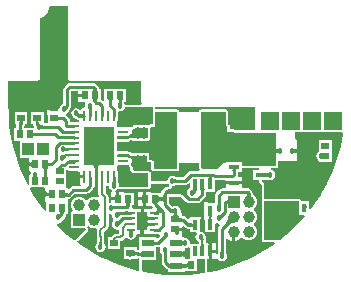
<source format=gbr>
G04 Layer_Physical_Order=1*
G04 Layer_Color=255*
%FSLAX25Y25*%
%MOIN*%
%TF.FileFunction,Copper,L1,Top,Signal*%
%TF.Part,Single*%
G01*
G75*
%TA.AperFunction,SMDPad*%
%ADD10R,0.02362X0.02559*%
%TA.AperFunction,SMDPad*%
%ADD11R,0.04724X0.18504*%
%TA.AperFunction,SMDPad*%
%ADD12R,0.02559X0.02362*%
%TA.AperFunction,ConnectorPad*%
%ADD13R,0.05906X0.07874*%
%TA.AperFunction,SMDPad*%
%ADD14R,0.03543X0.01575*%
%TA.AperFunction,SMDPad*%
%ADD15R,0.09449X0.08268*%
%TA.AperFunction,SMDPad*%
%ADD16R,0.01575X0.03150*%
%TA.AperFunction,SMDPad*%
%ADD17R,0.03937X0.02362*%
%TA.AperFunction,SMDPad*%
%ADD18R,0.01575X0.03347*%
%TA.AperFunction,SMDPad*%
%ADD19R,0.01575X0.03543*%
%TA.AperFunction,SMDPad*%
%ADD20O,0.02756X0.00984*%
%TA.AperFunction,SMDPad*%
%ADD21R,0.03347X0.06299*%
%TA.AperFunction,SMDPad*%
%ADD22R,0.04449X0.07087*%
%TA.AperFunction,SMDPad*%
%ADD23R,0.05787X0.04567*%
%TA.AperFunction,SMDPad*%
%ADD24R,0.10236X0.12677*%
%TA.AperFunction,SMDPad*%
%ADD25O,0.00984X0.03937*%
%TA.AperFunction,SMDPad*%
%ADD26O,0.03937X0.00984*%
%TA.AperFunction,SMDPad*%
%ADD27O,0.00984X0.04331*%
%TA.AperFunction,SMDPad*%
%ADD28R,0.03858X0.03661*%
%ADD29C,0.00800*%
%ADD30C,0.01000*%
%ADD31C,0.00900*%
%TA.AperFunction,ViaPad*%
%ADD32C,0.03937*%
%TA.AperFunction,ViaPad*%
%ADD33R,0.03937X0.03937*%
%TA.AperFunction,ViaPad*%
%ADD34R,0.03937X0.03937*%
%TA.AperFunction,ConnectorPad*%
%ADD35R,0.03937X0.03937*%
%TA.AperFunction,ConnectorPad*%
%ADD36R,0.05906X0.05906*%
%TA.AperFunction,ViaPad*%
%ADD37C,0.01800*%
G36*
X370357Y262370D02*
X370328Y262395D01*
X370291Y262417D01*
X370246Y262436D01*
X370193Y262453D01*
X370132Y262468D01*
X370064Y262479D01*
X369903Y262495D01*
X369811Y262499D01*
X369712Y262500D01*
Y263500D01*
X369811Y263501D01*
X370064Y263521D01*
X370132Y263532D01*
X370193Y263547D01*
X370246Y263564D01*
X370291Y263583D01*
X370328Y263605D01*
X370357Y263630D01*
Y262370D01*
D02*
G37*
G36*
X334078Y262727D02*
X333993Y262710D01*
X333918Y262682D01*
X333853Y262643D01*
X333798Y262593D01*
X333753Y262531D01*
X333718Y262458D01*
X333693Y262375D01*
X333678Y262280D01*
X333673Y262173D01*
X332673D01*
X332668Y262280D01*
X332653Y262375D01*
X332628Y262458D01*
X332593Y262531D01*
X332548Y262593D01*
X332493Y262643D01*
X332428Y262682D01*
X332353Y262710D01*
X332268Y262727D01*
X332173Y262733D01*
X334173D01*
X334078Y262727D01*
D02*
G37*
G36*
X366354Y263854D02*
X367061Y263146D01*
X366647Y262146D01*
X366517Y262262D01*
X366386Y262351D01*
X366254Y262414D01*
X366122Y262449D01*
X365988Y262458D01*
X365854Y262440D01*
X365718Y262395D01*
X365582Y262323D01*
X365445Y262225D01*
X365306Y262099D01*
X365023Y262383D01*
X364028Y262930D01*
X364123Y262893D01*
X364228Y262880D01*
X364344Y262891D01*
X364470Y262927D01*
X364606Y262987D01*
X364752Y263071D01*
X364846Y263135D01*
X364889Y263224D01*
X364930Y263363D01*
X364943Y263503D01*
X364927Y263644D01*
X364884Y263784D01*
X364813Y263925D01*
X364713Y264066D01*
X364586Y264207D01*
X366354Y263854D01*
D02*
G37*
G36*
X349964Y264774D02*
X349991Y264768D01*
X350027Y264763D01*
X350128Y264754D01*
X350443Y264745D01*
X350545Y264745D01*
X350903Y263745D01*
X350804Y263743D01*
X350631Y263729D01*
X350557Y263717D01*
X350491Y263701D01*
X350434Y263681D01*
X350385Y263658D01*
X350345Y263632D01*
X350313Y263602D01*
X350290Y263569D01*
X349947Y264781D01*
X349964Y264774D01*
D02*
G37*
G36*
X327636Y270783D02*
X327646Y270779D01*
Y269000D01*
X329827D01*
Y268000D01*
X327646D01*
Y266220D01*
X327646D01*
X327846Y266079D01*
Y263168D01*
X327373Y263004D01*
X326034Y264702D01*
X323584Y268370D01*
X323552Y268427D01*
X322435Y270421D01*
X322728Y270920D01*
X327204D01*
X327636Y270783D01*
D02*
G37*
G36*
X333264Y261557D02*
X333195Y261486D01*
X333030Y261294D01*
X332990Y261237D01*
X332957Y261184D01*
X332932Y261135D01*
X332914Y261089D01*
X332903Y261047D01*
X332900Y261009D01*
X332009Y261900D01*
X332047Y261903D01*
X332089Y261914D01*
X332135Y261932D01*
X332184Y261957D01*
X332237Y261990D01*
X332294Y262030D01*
X332418Y262133D01*
X332486Y262195D01*
X332557Y262264D01*
X333264Y261557D01*
D02*
G37*
G36*
X355029Y260032D02*
X354126Y260034D01*
Y260934D01*
X355029Y260936D01*
Y260032D01*
D02*
G37*
G36*
X371605Y262328D02*
X371583Y262291D01*
X371564Y262246D01*
X371547Y262193D01*
X371533Y262132D01*
X371521Y262064D01*
X371516Y262019D01*
X371520Y261978D01*
X371545Y261826D01*
X371580Y261695D01*
X371625Y261583D01*
X371680Y261492D01*
X371745Y261421D01*
X371820Y261371D01*
X371905Y261340D01*
X372000Y261330D01*
X370000D01*
X370095Y261340D01*
X370180Y261371D01*
X370255Y261421D01*
X370320Y261492D01*
X370375Y261583D01*
X370420Y261695D01*
X370455Y261826D01*
X370480Y261978D01*
X370483Y262013D01*
X370479Y262064D01*
X370467Y262132D01*
X370453Y262193D01*
X370436Y262246D01*
X370417Y262291D01*
X370395Y262328D01*
X370370Y262357D01*
X371630D01*
X371605Y262328D01*
D02*
G37*
G36*
X355029Y262000D02*
X354126Y262003D01*
Y262903D01*
X355029Y262905D01*
Y262000D01*
D02*
G37*
G36*
X352751Y262115D02*
X352684Y262045D01*
X352571Y261912D01*
X352525Y261848D01*
X352486Y261787D01*
X352455Y261727D01*
X352431Y261669D01*
X352413Y261614D01*
X352403Y261560D01*
X352400Y261509D01*
X351509Y262400D01*
X351560Y262403D01*
X351614Y262413D01*
X351669Y262431D01*
X351727Y262455D01*
X351786Y262487D01*
X351848Y262525D01*
X351912Y262571D01*
X351977Y262624D01*
X352115Y262751D01*
X352751Y262115D01*
D02*
G37*
G36*
X355779Y266328D02*
X355756Y266291D01*
X355737Y266246D01*
X355720Y266193D01*
X355706Y266132D01*
X355694Y266064D01*
X355678Y265903D01*
X355675Y265811D01*
X355674Y265733D01*
X356173D01*
X356078Y265722D01*
X355993Y265692D01*
X355918Y265642D01*
X355853Y265573D01*
X355798Y265482D01*
X355753Y265372D01*
X355718Y265243D01*
X355693Y265092D01*
X355678Y264922D01*
X355673Y264733D01*
X354673D01*
X354668Y264922D01*
X354653Y265092D01*
X354628Y265243D01*
X354593Y265372D01*
X354548Y265482D01*
X354493Y265573D01*
X354428Y265642D01*
X354353Y265692D01*
X354268Y265722D01*
X354173Y265733D01*
X354673D01*
X354672Y265811D01*
X354652Y266064D01*
X354641Y266132D01*
X354626Y266193D01*
X354609Y266246D01*
X354590Y266291D01*
X354568Y266328D01*
X354543Y266357D01*
X355803D01*
X355779Y266328D01*
D02*
G37*
G36*
X380723Y270160D02*
X380676Y270129D01*
X380635Y270079D01*
X380599Y270009D01*
X380569Y269919D01*
X380544Y269810D01*
X380525Y269679D01*
X380511Y269530D01*
X380500Y269169D01*
X379500D01*
X379497Y269359D01*
X379475Y269679D01*
X379456Y269810D01*
X379431Y269919D01*
X379401Y270009D01*
X379365Y270079D01*
X379324Y270129D01*
X379277Y270160D01*
X379225Y270169D01*
X380775D01*
X380723Y270160D01*
D02*
G37*
G36*
X377152Y270169D02*
X378216D01*
X378164Y270168D01*
X378076Y270160D01*
X378040Y270152D01*
X378010Y270142D01*
X377985Y270130D01*
X377966Y270115D01*
X377952Y270099D01*
X377944Y270080D01*
X377941Y270059D01*
X377263D01*
X377706Y269617D01*
X377636Y269545D01*
X377471Y269353D01*
X377431Y269296D01*
X377398Y269243D01*
X377373Y269194D01*
X377355Y269148D01*
X377344Y269106D01*
X377341Y269068D01*
X376450Y269959D01*
X376488Y269962D01*
X376530Y269973D01*
X376576Y269991D01*
X376625Y270017D01*
X376678Y270049D01*
X376735Y270089D01*
X376817Y270157D01*
X376806Y270160D01*
X376765Y270165D01*
X376718Y270168D01*
X376665Y270169D01*
X376832D01*
X376859Y270192D01*
X376927Y270254D01*
X376998Y270324D01*
X377152Y270169D01*
D02*
G37*
G36*
X368734Y271835D02*
X368774Y271774D01*
X368846Y271727D01*
X368920Y271654D01*
Y271079D01*
X368907Y271012D01*
X368840Y270999D01*
X368173D01*
X368173Y270999D01*
X367666Y270898D01*
X367236Y270610D01*
X366563Y269937D01*
X366287Y269525D01*
X366275Y269507D01*
X366275Y269506D01*
X366154Y269079D01*
X363008D01*
Y269280D01*
X361327D01*
Y267000D01*
Y264721D01*
X363008D01*
X363008Y264721D01*
Y264721D01*
X363150Y264515D01*
X363236Y264389D01*
X363289Y264337D01*
X363289Y264337D01*
X363304Y264321D01*
X363393Y264232D01*
X363202Y263770D01*
X363012D01*
X362508Y263670D01*
X362477Y263650D01*
X360500D01*
Y259500D01*
Y255350D01*
X362477D01*
X362508Y255330D01*
X363012Y255230D01*
X363857D01*
X363898Y255222D01*
X365349D01*
X365905Y254825D01*
X365921Y254724D01*
X365044Y253847D01*
X364544Y254054D01*
Y254221D01*
X359007D01*
Y250627D01*
X359000Y250621D01*
Y250393D01*
X358571Y250130D01*
X358080Y250294D01*
Y250808D01*
X353921D01*
Y249992D01*
Y246846D01*
X355603D01*
X356000Y246767D01*
X356397Y246846D01*
X358080D01*
Y246864D01*
X358466Y247181D01*
X358500Y247175D01*
X359007D01*
Y243481D01*
X359000Y243473D01*
Y243367D01*
X358613Y243050D01*
X358366Y243099D01*
X354121Y244296D01*
X349983Y245823D01*
X347720Y246866D01*
X345977Y247669D01*
X342129Y249825D01*
X338462Y252275D01*
X338373Y252345D01*
X338344Y252844D01*
X338434Y252934D01*
Y252934D01*
X340500Y255000D01*
X341500Y256000D01*
X341693Y256193D01*
X341870Y256457D01*
X341932Y256770D01*
X341870Y257082D01*
X341678Y257544D01*
X342098Y257804D01*
X342169Y257839D01*
X342505Y257582D01*
X342913Y257413D01*
X343178Y257303D01*
X343901Y257208D01*
X344479Y257284D01*
X344656Y257141D01*
X344691Y257099D01*
X344773Y257003D01*
X344847Y256854D01*
X344777Y256500D01*
Y254470D01*
X344870Y254002D01*
X344877Y253991D01*
Y253009D01*
X344870Y252998D01*
X344777Y252530D01*
Y252227D01*
X344774Y252226D01*
X344399Y251663D01*
X344267Y251000D01*
X344399Y250337D01*
X344774Y249774D01*
X345337Y249399D01*
X346000Y249267D01*
X346663Y249399D01*
X347226Y249774D01*
X347601Y250337D01*
X347733Y251000D01*
X347601Y251663D01*
X347239Y252205D01*
X347323Y252630D01*
Y254370D01*
X347230Y254838D01*
X347223Y254848D01*
Y255993D01*
X348365Y257135D01*
X348630Y257532D01*
X348724Y258000D01*
Y261834D01*
X349120Y262169D01*
X349473Y262119D01*
X349799Y261664D01*
X349767Y261500D01*
X349899Y260837D01*
X350274Y260274D01*
X350311Y260250D01*
Y259750D01*
X350274Y259726D01*
X349899Y259163D01*
X349767Y258500D01*
X349899Y257837D01*
X350274Y257274D01*
X350837Y256899D01*
X351500Y256767D01*
X351701Y256807D01*
X352201Y256396D01*
Y255431D01*
X352166Y255397D01*
X351173D01*
X350705Y255304D01*
X350308Y255038D01*
X349635Y254365D01*
X349494Y254154D01*
X348421D01*
Y250192D01*
X352579D01*
Y251008D01*
Y252950D01*
X352673D01*
X353090Y253032D01*
X353141Y253043D01*
X353538Y253308D01*
X354208Y253978D01*
X354776Y254027D01*
X354877Y253877D01*
X355439Y253501D01*
X356102Y253369D01*
X356766Y253501D01*
X357328Y253877D01*
X357704Y254439D01*
X357767Y254755D01*
X357848Y254779D01*
X357786Y254854D01*
X357836Y255102D01*
X358039Y255350D01*
X359500D01*
Y259500D01*
Y263650D01*
X357523D01*
X357492Y263670D01*
X356988Y263770D01*
X356689D01*
X356418Y264270D01*
X356499Y264673D01*
Y264920D01*
X357154D01*
Y269079D01*
X354008D01*
Y269280D01*
X352327D01*
Y267000D01*
X351827D01*
Y266500D01*
X349646D01*
Y265869D01*
X349215Y265685D01*
X348724Y266081D01*
Y267500D01*
X348630Y267968D01*
X348365Y268365D01*
X347708Y269022D01*
Y271387D01*
X348377D01*
X348453Y271372D01*
X348528Y271387D01*
X348695D01*
X348820Y270758D01*
X349196Y270196D01*
X349758Y269820D01*
X349961Y269779D01*
X349912Y269280D01*
X349646D01*
Y267500D01*
X351327D01*
Y269280D01*
X350931D01*
X350882Y269779D01*
X351085Y269820D01*
X351647Y270196D01*
X352068Y270348D01*
X352203Y270277D01*
X352238Y270267D01*
X352268Y270246D01*
X352390Y270222D01*
X352508Y270187D01*
X352545Y270192D01*
X352581Y270184D01*
X361920D01*
X361998Y270200D01*
X362079D01*
X362146Y270213D01*
X362220Y270244D01*
X362232Y270246D01*
X362242Y270253D01*
X362440Y270335D01*
X362575Y270470D01*
X362665Y270560D01*
X362665Y270560D01*
X362665Y270560D01*
X362747Y270758D01*
X362754Y270768D01*
X362756Y270780D01*
X362787Y270854D01*
Y270854D01*
X362787Y270854D01*
X362800Y270921D01*
Y271002D01*
X362816Y271080D01*
Y272000D01*
X362816Y272000D01*
X368564D01*
X368734Y271835D01*
D02*
G37*
G36*
X342997Y271598D02*
X342097D01*
X342095Y272502D01*
X343000D01*
X342997Y271598D01*
D02*
G37*
G36*
X335190Y276500D02*
X335350Y276393D01*
X335854Y276293D01*
X338599D01*
X338899Y276125D01*
X339057Y275833D01*
Y274862D01*
X340579D01*
Y273862D01*
X339057D01*
Y272689D01*
X339173Y272107D01*
X339395Y271775D01*
X339182Y271283D01*
X339174Y271274D01*
X337000D01*
X336512Y271178D01*
X336099Y270901D01*
X335595Y270397D01*
X335154Y270580D01*
D01*
X334724Y270747D01*
X334579Y270846D01*
Y274192D01*
Y276352D01*
Y276500D01*
X334906D01*
X335080Y276574D01*
X335190Y276500D01*
D02*
G37*
G36*
X375853Y272212D02*
Y270675D01*
X375778Y270660D01*
X375215Y270285D01*
X374840Y269722D01*
X374708Y269059D01*
X374840Y268396D01*
X375215Y267833D01*
X375778Y267458D01*
X376441Y267326D01*
X376613Y267360D01*
X377000Y267043D01*
Y266349D01*
X375610D01*
X375341Y266403D01*
X375112Y266555D01*
X373399Y268269D01*
X373134Y268446D01*
X372822Y268508D01*
X372822Y268508D01*
X368920D01*
X368899Y268503D01*
X368706Y268548D01*
X368478Y268752D01*
X368419Y268833D01*
X368399Y268875D01*
Y270183D01*
X368920D01*
X369233Y270245D01*
X369497Y270422D01*
X369674Y270687D01*
X369736Y270999D01*
Y271050D01*
X370000Y271267D01*
X370663Y271399D01*
X371072Y271672D01*
X371110Y271674D01*
X374114D01*
X374622Y271775D01*
X375051Y272063D01*
X375392Y272403D01*
X375853Y272212D01*
D02*
G37*
G36*
X365078Y265728D02*
X364993Y265716D01*
X364918Y265696D01*
X364853Y265668D01*
X364798Y265631D01*
X364753Y265586D01*
X364718Y265534D01*
X364693Y265473D01*
X364678Y265404D01*
X364673Y265327D01*
X363673D01*
X363668Y265404D01*
X363653Y265473D01*
X363628Y265534D01*
X363593Y265586D01*
X363548Y265631D01*
X363493Y265668D01*
X363428Y265696D01*
X363353Y265716D01*
X363268Y265728D01*
X363173Y265733D01*
X365173D01*
X365078Y265728D01*
D02*
G37*
G36*
X334339Y269190D02*
X334367Y269113D01*
X334412Y269045D01*
X334476Y268987D01*
X334558Y268937D01*
X334659Y268897D01*
X334777Y268865D01*
X334914Y268843D01*
X335069Y268829D01*
X335242Y268825D01*
Y267925D01*
X335069Y267920D01*
X334914Y267907D01*
X334777Y267884D01*
X334659Y267853D01*
X334558Y267812D01*
X334476Y267763D01*
X334412Y267705D01*
X334367Y267637D01*
X334339Y267561D01*
X334330Y267475D01*
Y269275D01*
X334339Y269190D01*
D02*
G37*
G36*
X368000Y267000D02*
X367000Y265500D01*
X366990Y265690D01*
X366960Y265860D01*
X366910Y266010D01*
X366840Y266140D01*
X366750Y266250D01*
X366640Y266340D01*
X366510Y266410D01*
X366360Y266460D01*
X366190Y266490D01*
X366129Y266493D01*
X365978Y266480D01*
X365826Y266455D01*
X365695Y266420D01*
X365583Y266375D01*
X365492Y266320D01*
X365421Y266255D01*
X365371Y266180D01*
X365340Y266095D01*
X365330Y266000D01*
Y268000D01*
X365340Y267905D01*
X365371Y267820D01*
X365421Y267745D01*
X365492Y267680D01*
X365583Y267625D01*
X365695Y267580D01*
X365826Y267545D01*
X365978Y267520D01*
X366129Y267507D01*
X366190Y267510D01*
X366360Y267540D01*
X366510Y267590D01*
X366640Y267660D01*
X366750Y267750D01*
X366840Y267860D01*
X366910Y267990D01*
X366960Y268140D01*
X366990Y268310D01*
X367000Y268500D01*
X368000Y267000D01*
D02*
G37*
G36*
X345016Y271023D02*
X345261Y270837D01*
Y268516D01*
X345354Y268047D01*
X345457Y267893D01*
X345126Y267489D01*
X344624Y267697D01*
X343901Y267792D01*
X343178Y267697D01*
X342505Y267418D01*
X341926Y266974D01*
X341716Y266700D01*
X341086D01*
X340875Y266974D01*
X340297Y267418D01*
X339624Y267697D01*
X338901Y267792D01*
X338178Y267697D01*
X337505Y267418D01*
X336926Y266974D01*
X336483Y266396D01*
X336204Y265723D01*
X336108Y265000D01*
X336204Y264277D01*
X336483Y263604D01*
X336740Y263268D01*
X336493Y262769D01*
X336132D01*
Y257231D01*
X340925D01*
X341116Y256770D01*
X339923Y255577D01*
X339923Y255577D01*
X337767Y253421D01*
X337716Y253382D01*
X337319Y253296D01*
X337165Y253308D01*
X337136Y253320D01*
X334998Y255006D01*
X331759Y258000D01*
X331413Y258374D01*
X331670Y258832D01*
X332000Y258767D01*
X332663Y258899D01*
X333226Y259274D01*
X333601Y259837D01*
X333697Y260318D01*
X333722Y260348D01*
X334110Y260736D01*
X334398Y261166D01*
X334499Y261673D01*
Y261920D01*
X335154D01*
Y266079D01*
X335154Y266079D01*
Y266421D01*
X335154D01*
X335154Y266580D01*
Y267101D01*
X335375D01*
X335863Y267197D01*
X336276Y267474D01*
X337528Y268725D01*
X341236D01*
X341724Y268823D01*
X342137Y269099D01*
X343448Y270410D01*
X343725Y270824D01*
X343731Y270853D01*
X343736Y270864D01*
X344016Y271032D01*
Y274362D01*
X345016D01*
Y271023D01*
D02*
G37*
G36*
X372277Y260904D02*
X372307Y260819D01*
X372358Y260744D01*
X372428Y260679D01*
X372517Y260624D01*
X372627Y260579D01*
X372758Y260544D01*
X372907Y260519D01*
X373078Y260504D01*
X373268Y260499D01*
Y259499D01*
X373078Y259494D01*
X372907Y259479D01*
X372758Y259455D01*
X372627Y259420D01*
X372517Y259375D01*
X372428Y259321D01*
X372358Y259257D01*
X372307Y259182D01*
X372277Y259098D01*
X372268Y259004D01*
Y260999D01*
X372277Y260904D01*
D02*
G37*
G36*
X357265Y249732D02*
X357292Y249647D01*
X357338Y249572D01*
X357402Y249507D01*
X357485Y249452D01*
X357586Y249407D01*
X357705Y249372D01*
X357843Y249347D01*
X357999Y249332D01*
X358173Y249327D01*
Y248327D01*
X357999Y248322D01*
X357843Y248307D01*
X357705Y248282D01*
X357586Y248247D01*
X357485Y248202D01*
X357402Y248147D01*
X357338Y248082D01*
X357292Y248007D01*
X357265Y247922D01*
X357256Y247827D01*
Y248319D01*
X357152Y248310D01*
X357079Y248298D01*
X357015Y248282D01*
X356960Y248262D01*
X356914Y248238D01*
X356876Y248211D01*
X356847Y248181D01*
X356828Y248146D01*
X356370Y249320D01*
X356896Y249327D01*
X357256Y248644D01*
Y249827D01*
X357265Y249732D01*
D02*
G37*
G36*
X368204Y249433D02*
X368182Y249387D01*
X368163Y249336D01*
X368146Y249277D01*
X368132Y249212D01*
X368121Y249141D01*
X368105Y248978D01*
X368100Y248789D01*
X367200Y248611D01*
X367198Y248708D01*
X367181Y248880D01*
X367166Y248956D01*
X367146Y249024D01*
X367123Y249086D01*
X367095Y249140D01*
X367063Y249188D01*
X367027Y249228D01*
X366986Y249261D01*
X368228Y249471D01*
X368204Y249433D01*
D02*
G37*
G36*
X375744Y250802D02*
X375853Y250718D01*
Y247098D01*
X375361Y247079D01*
X374346D01*
X374193Y247516D01*
Y248000D01*
X373544D01*
X373468Y247978D01*
X373377Y247937D01*
X373357Y247925D01*
Y247870D01*
X373322Y247901D01*
X373302Y247888D01*
X373244Y247830D01*
X373202Y247762D01*
X373177Y247686D01*
X373169Y247600D01*
Y247983D01*
X373164Y247985D01*
X373116Y248000D01*
X371224D01*
Y249000D01*
X373116D01*
X373164Y249015D01*
X373169Y249017D01*
Y249400D01*
X373177Y249314D01*
X373202Y249238D01*
X373244Y249170D01*
X373302Y249112D01*
X373322Y249099D01*
X373357Y249130D01*
Y249075D01*
X373377Y249062D01*
X373468Y249022D01*
X373544Y249000D01*
X374193D01*
Y250468D01*
X374240Y250507D01*
X374903Y250639D01*
X375354Y250939D01*
X375744Y250802D01*
D02*
G37*
G36*
X363729Y253055D02*
X363757Y252978D01*
X363802Y252911D01*
X363866Y252852D01*
X363948Y252803D01*
X364048Y252762D01*
X364167Y252731D01*
X364304Y252708D01*
X364459Y252695D01*
X364632Y252690D01*
Y251790D01*
X364459Y251786D01*
X364304Y251772D01*
X364167Y251750D01*
X364048Y251718D01*
X363948Y251678D01*
X363866Y251628D01*
X363802Y251570D01*
X363757Y251502D01*
X363729Y251426D01*
X363720Y251340D01*
Y253140D01*
X363729Y253055D01*
D02*
G37*
G36*
X380404Y251880D02*
X380415Y251744D01*
X380434Y251624D01*
X380460Y251520D01*
X380494Y251432D01*
X380535Y251360D01*
X380584Y251304D01*
X380640Y251264D01*
X380704Y251240D01*
X380775Y251232D01*
X379225D01*
X379296Y251240D01*
X379360Y251264D01*
X379416Y251304D01*
X379465Y251360D01*
X379506Y251432D01*
X379540Y251520D01*
X379566Y251624D01*
X379585Y251744D01*
X379596Y251880D01*
X379600Y252032D01*
X380400D01*
X380404Y251880D01*
D02*
G37*
G36*
X369268Y243860D02*
X369263Y243945D01*
X369247Y244022D01*
X369220Y244089D01*
X369183Y244148D01*
X369136Y244197D01*
X369078Y244238D01*
X369009Y244269D01*
X368930Y244292D01*
X368840Y244305D01*
X368740Y244310D01*
Y245210D01*
X368840Y245214D01*
X368930Y245228D01*
X369009Y245250D01*
X369078Y245282D01*
X369136Y245322D01*
X369183Y245372D01*
X369220Y245430D01*
X369247Y245498D01*
X369263Y245574D01*
X369268Y245660D01*
Y243860D01*
D02*
G37*
G36*
X365747Y250816D02*
X365889Y250615D01*
X365767Y250000D01*
X365899Y249337D01*
X366274Y248774D01*
X366375Y248707D01*
Y245850D01*
X366473Y245362D01*
X366749Y244949D01*
X367839Y243859D01*
X368252Y243582D01*
X368456Y243542D01*
Y242779D01*
X373904D01*
X373993Y242779D01*
X373993Y242779D01*
X374346Y242920D01*
X374346Y242920D01*
X378308D01*
Y247079D01*
X378800Y247098D01*
X380675D01*
X380839Y246898D01*
Y243024D01*
X380862Y242905D01*
X380874Y242785D01*
X380802Y242605D01*
X380700Y242443D01*
X380626Y242343D01*
X380569Y242298D01*
X380267Y242238D01*
X375887Y241720D01*
X371480Y241547D01*
X367072Y241720D01*
X362692Y242238D01*
X360155Y242743D01*
X360065Y242814D01*
X359977Y242925D01*
X359819Y243286D01*
X359815Y243326D01*
X359823Y243366D01*
Y246519D01*
X364544D01*
Y250966D01*
X365240D01*
X365539Y251025D01*
X365747Y250816D01*
D02*
G37*
G36*
X373178Y245574D02*
X373205Y245498D01*
X373251Y245430D01*
X373315Y245372D01*
X373397Y245322D01*
X373497Y245282D01*
X373616Y245250D01*
X373753Y245228D01*
X373908Y245214D01*
X374081Y245210D01*
Y244310D01*
X373908Y244305D01*
X373753Y244292D01*
X373616Y244269D01*
X373497Y244238D01*
X373397Y244197D01*
X373315Y244148D01*
X373251Y244089D01*
X373205Y244022D01*
X373178Y243945D01*
X373169Y243860D01*
Y245660D01*
X373178Y245574D01*
D02*
G37*
G36*
X359819Y247500D02*
X359809Y247595D01*
X359779Y247680D01*
X359729Y247755D01*
X359659Y247820D01*
X359569Y247875D01*
X359459Y247920D01*
X359329Y247955D01*
X359179Y247980D01*
X359009Y247995D01*
X358819Y248000D01*
Y249000D01*
X359009Y249005D01*
X359179Y249020D01*
X359329Y249045D01*
X359459Y249080D01*
X359569Y249125D01*
X359659Y249180D01*
X359729Y249245D01*
X359779Y249320D01*
X359809Y249405D01*
X359819Y249500D01*
Y247500D01*
D02*
G37*
G36*
X375170Y244100D02*
X375163Y244185D01*
X375143Y244262D01*
X375109Y244330D01*
X375062Y244388D01*
X375002Y244438D01*
X374929Y244478D01*
X374841Y244510D01*
X374741Y244532D01*
X374627Y244546D01*
X374500Y244550D01*
Y245450D01*
X374627Y245455D01*
X374741Y245468D01*
X374841Y245491D01*
X374929Y245522D01*
X375002Y245563D01*
X375062Y245612D01*
X375109Y245671D01*
X375143Y245738D01*
X375163Y245814D01*
X375170Y245900D01*
Y244100D01*
D02*
G37*
G36*
X373178Y253055D02*
X373205Y252978D01*
X373251Y252911D01*
X373315Y252852D01*
X373397Y252803D01*
X373460Y252777D01*
X373462Y252778D01*
X373514Y252805D01*
X373559Y252836D01*
X373597Y252870D01*
Y252735D01*
X373616Y252731D01*
X373753Y252708D01*
X373908Y252695D01*
X374081Y252690D01*
Y251790D01*
X373908Y251786D01*
X373753Y251772D01*
X373616Y251750D01*
X373597Y251745D01*
Y251610D01*
X373559Y251644D01*
X373514Y251675D01*
X373462Y251702D01*
X373460Y251703D01*
X373397Y251678D01*
X373315Y251628D01*
X373251Y251570D01*
X373205Y251502D01*
X373178Y251426D01*
X373169Y251340D01*
Y251776D01*
X373108Y251783D01*
X372921Y251790D01*
Y252690D01*
X373018Y252692D01*
X373169Y252705D01*
Y253140D01*
X373178Y253055D01*
D02*
G37*
G36*
X356604Y256291D02*
X356619Y256092D01*
X357100D01*
X357006Y256082D01*
X356921Y256053D01*
X356846Y256003D01*
X356782Y255934D01*
X356727Y255845D01*
X356702Y255784D01*
X356708Y255774D01*
X356732Y255745D01*
X356686D01*
X356682Y255736D01*
X356647Y255607D01*
X356622Y255459D01*
X356607Y255290D01*
X356602Y255102D01*
X355602D01*
X355597Y255290D01*
X355582Y255459D01*
X355558Y255607D01*
X355523Y255736D01*
X355519Y255745D01*
X355472D01*
X355497Y255774D01*
X355503Y255784D01*
X355478Y255845D01*
X355423Y255934D01*
X355359Y256003D01*
X355284Y256053D01*
X355199Y256082D01*
X355105Y256092D01*
X355587D01*
X355597Y256199D01*
X355601Y256291D01*
X355602Y256391D01*
X356602D01*
X356604Y256291D01*
D02*
G37*
G36*
X367991Y254100D02*
X367940Y254097D01*
X367886Y254087D01*
X367831Y254069D01*
X367773Y254045D01*
X367713Y254013D01*
X367652Y253975D01*
X367588Y253929D01*
X367523Y253876D01*
X367385Y253749D01*
X366749Y254385D01*
X366816Y254455D01*
X366929Y254588D01*
X366975Y254652D01*
X367014Y254714D01*
X367045Y254773D01*
X367070Y254831D01*
X367087Y254886D01*
X367097Y254940D01*
X367100Y254991D01*
X367991Y254100D01*
D02*
G37*
G36*
X376677Y257429D02*
X376667Y257524D01*
X376637Y257609D01*
X376587Y257684D01*
X376516Y257749D01*
X376425Y257804D01*
X376313Y257849D01*
X376182Y257884D01*
X376030Y257909D01*
X375858Y257924D01*
X375665Y257929D01*
Y258929D01*
X375858Y258934D01*
X376030Y258949D01*
X376182Y258974D01*
X376313Y259009D01*
X376425Y259054D01*
X376516Y259109D01*
X376587Y259174D01*
X376637Y259249D01*
X376667Y259334D01*
X376677Y259429D01*
Y257429D01*
D02*
G37*
G36*
X352759Y259082D02*
X352692Y259013D01*
X352578Y258879D01*
X352532Y258816D01*
X352492Y258755D01*
X352460Y258696D01*
X352434Y258639D01*
X352416Y258584D01*
X352404Y258531D01*
X352400Y258480D01*
X351538Y259399D01*
X351590Y259401D01*
X351644Y259409D01*
X351699Y259426D01*
X351758Y259449D01*
X351817Y259480D01*
X351879Y259518D01*
X351943Y259563D01*
X352009Y259615D01*
X352146Y259742D01*
X352759Y259082D01*
D02*
G37*
G36*
X361659Y261389D02*
X361690Y261304D01*
X361740Y261229D01*
X361811Y261164D01*
X361902Y261109D01*
X362014Y261064D01*
X362145Y261029D01*
X362297Y261004D01*
X362469Y260989D01*
X362661Y260984D01*
Y259984D01*
X362469Y259979D01*
X362297Y259964D01*
X362145Y259939D01*
X362014Y259904D01*
X361902Y259859D01*
X361811Y259804D01*
X361740Y259739D01*
X361690Y259664D01*
X361659Y259579D01*
X361651Y259500D01*
X361659Y259421D01*
X361690Y259336D01*
X361740Y259261D01*
X361811Y259196D01*
X361902Y259141D01*
X362014Y259096D01*
X362145Y259061D01*
X362297Y259036D01*
X362469Y259021D01*
X362661Y259016D01*
Y258016D01*
X362469Y258011D01*
X362297Y257996D01*
X362145Y257971D01*
X362014Y257936D01*
X361902Y257891D01*
X361811Y257836D01*
X361740Y257771D01*
X361690Y257696D01*
X361659Y257611D01*
X361649Y257516D01*
Y259484D01*
Y261484D01*
X361659Y261389D01*
D02*
G37*
G36*
X374134Y257492D02*
X374564Y257205D01*
X375071Y257104D01*
X375853D01*
Y255956D01*
X377870D01*
X377957Y255840D01*
X378091Y255456D01*
X377789Y255003D01*
X377657Y254340D01*
X377789Y253677D01*
X378165Y253115D01*
X378727Y252739D01*
X378777Y252729D01*
Y252044D01*
X376134D01*
X375974Y252240D01*
X375841Y252904D01*
X375466Y253466D01*
X374903Y253841D01*
X374240Y253974D01*
X373993Y254176D01*
Y254221D01*
X373462D01*
X373280Y254646D01*
X373280Y254646D01*
X373280D01*
X373280Y254646D01*
Y256327D01*
X371000D01*
Y257327D01*
X373280D01*
Y257693D01*
X373742Y257884D01*
X374134Y257492D01*
D02*
G37*
G36*
X346402Y252253D02*
X346409Y252165D01*
X346421Y252082D01*
X346437Y252004D01*
X346458Y251931D01*
X346483Y251864D01*
X346513Y251801D01*
X346547Y251743D01*
X346586Y251690D01*
X346630Y251643D01*
X345370D01*
X345414Y251690D01*
X345453Y251743D01*
X345487Y251801D01*
X345517Y251864D01*
X345543Y251931D01*
X345563Y252004D01*
X345579Y252082D01*
X345591Y252165D01*
X345598Y252253D01*
X345600Y252346D01*
X346400D01*
X346402Y252253D01*
D02*
G37*
G36*
X350904Y253468D02*
X350916Y253439D01*
X350936Y253414D01*
X350964Y253391D01*
X351000Y253373D01*
X351044Y253358D01*
X351096Y253346D01*
X351156Y253337D01*
X351224Y253332D01*
X351300Y253330D01*
X350909D01*
X350909Y253326D01*
X350921Y253246D01*
X350937Y253170D01*
X350957Y253100D01*
X350983Y253034D01*
X351013Y252972D01*
X351047Y252916D01*
X351086Y252863D01*
X351130Y252816D01*
X349870D01*
X349914Y252863D01*
X349953Y252916D01*
X349987Y252972D01*
X350017Y253034D01*
X350043Y253100D01*
X350063Y253170D01*
X350079Y253246D01*
X350091Y253326D01*
X350091Y253330D01*
X349700D01*
X349776Y253332D01*
X349844Y253337D01*
X349904Y253346D01*
X349956Y253358D01*
X350000Y253373D01*
X350036Y253391D01*
X350064Y253414D01*
X350084Y253439D01*
X350096Y253468D01*
X350100Y253500D01*
X350900D01*
X350904Y253468D01*
D02*
G37*
G36*
X412252Y264778D02*
X412238Y264757D01*
X412106Y264094D01*
X412238Y263431D01*
X412252Y263410D01*
Y261719D01*
X414000D01*
X414162Y261386D01*
X414176Y261219D01*
X411200Y258000D01*
X407962Y255006D01*
X405801Y253303D01*
X400643D01*
X400576Y253316D01*
X400563Y253383D01*
Y262423D01*
X400564Y262425D01*
X400627Y262737D01*
Y266104D01*
X400642Y266184D01*
X412252D01*
Y264778D01*
D02*
G37*
G36*
X380400Y253138D02*
X379600Y252925D01*
X379598Y253022D01*
X379591Y253108D01*
X379579Y253185D01*
X379562Y253251D01*
X379541Y253308D01*
X379514Y253355D01*
X379484Y253391D01*
X379448Y253418D01*
X379408Y253434D01*
X379362Y253441D01*
X380276Y254181D01*
X380400Y253138D01*
D02*
G37*
G36*
X346927Y272479D02*
X346918Y272442D01*
X346910Y272390D01*
X346897Y272243D01*
X346885Y271776D01*
X346884Y271623D01*
X346084D01*
X346084Y271776D01*
X346042Y272479D01*
X346032Y272502D01*
X346936D01*
X346927Y272479D01*
D02*
G37*
G36*
X426925Y288747D02*
X426101Y284607D01*
X424904Y280362D01*
X423377Y276224D01*
X421531Y272218D01*
X421441Y272059D01*
D01*
X419885Y269280D01*
X419376Y268370D01*
X418460Y267000D01*
X416925Y264702D01*
X415960Y263478D01*
X415492Y263693D01*
X415572Y264094D01*
X415527Y264320D01*
X415561Y264491D01*
X415460Y264998D01*
X415426Y265049D01*
Y266469D01*
X413011D01*
X413005Y266496D01*
X412828Y266761D01*
X412564Y266938D01*
X412500Y266951D01*
Y267000D01*
X400627D01*
Y271689D01*
X400564Y272001D01*
X400388Y272266D01*
X400387Y272266D01*
X399816Y272838D01*
Y273413D01*
X401170D01*
X401189Y273409D01*
X401207Y273413D01*
X401816D01*
X401837Y273399D01*
X402500Y273267D01*
X403163Y273399D01*
X403726Y273774D01*
X404101Y274337D01*
X404233Y275000D01*
X404101Y275663D01*
X403726Y276226D01*
X403163Y276601D01*
X402746Y276684D01*
X402795Y277184D01*
X404500D01*
X404812Y277246D01*
X405077Y277423D01*
X405254Y277688D01*
X405316Y278000D01*
Y279500D01*
X411500D01*
Y282400D01*
X411438Y282437D01*
X411337Y282478D01*
X411219Y282509D01*
X411082Y282532D01*
X411055Y282534D01*
X411048Y282534D01*
X410971Y282521D01*
X410900Y282505D01*
X410836Y282485D01*
X410778Y282462D01*
X410726Y282435D01*
X410681Y282404D01*
X410643Y282370D01*
Y283630D01*
X410681Y283596D01*
X410726Y283565D01*
X410778Y283538D01*
X410836Y283515D01*
X410900Y283495D01*
X410971Y283479D01*
X411048Y283466D01*
X411054Y283466D01*
X411082Y283468D01*
X411219Y283490D01*
X411337Y283522D01*
X411438Y283562D01*
X411500Y283600D01*
Y286500D01*
X411000Y287000D01*
Y289247D01*
X426616D01*
X426925Y288747D01*
D02*
G37*
G36*
X334180Y284098D02*
X334233Y284060D01*
X334291Y284026D01*
X334354Y283997D01*
X334423Y283972D01*
X334496Y283952D01*
X334574Y283936D01*
X334657Y283925D01*
X334745Y283918D01*
X334832Y283916D01*
X334942Y283916D01*
X335644Y283958D01*
X335667Y283968D01*
Y283064D01*
X335644Y283073D01*
X335607Y283082D01*
X335555Y283090D01*
X335408Y283103D01*
X334942Y283115D01*
X334846Y283116D01*
X334761Y283113D01*
X334673Y283106D01*
X334590Y283095D01*
X334512Y283078D01*
X334440Y283057D01*
X334372Y283031D01*
X334310Y283001D01*
X334253Y282966D01*
X334201Y282926D01*
X334154Y282881D01*
X334132Y284141D01*
X334180Y284098D01*
D02*
G37*
G36*
X335264Y297557D02*
X335195Y297486D01*
X335030Y297294D01*
X334990Y297237D01*
X334957Y297184D01*
X334932Y297135D01*
X334914Y297089D01*
X334903Y297047D01*
X334900Y297009D01*
X334009Y297900D01*
X334047Y297903D01*
X334089Y297914D01*
X334135Y297932D01*
X334184Y297957D01*
X334237Y297990D01*
X334294Y298030D01*
X334418Y298133D01*
X334486Y298195D01*
X334557Y298265D01*
X335264Y297557D01*
D02*
G37*
G36*
X323840Y289405D02*
X323871Y289320D01*
X323921Y289245D01*
X323992Y289180D01*
X324083Y289125D01*
X324195Y289080D01*
X324326Y289045D01*
X324478Y289020D01*
X324650Y289005D01*
X324842Y289000D01*
Y288000D01*
X324650Y287995D01*
X324478Y287980D01*
X324326Y287955D01*
X324195Y287920D01*
X324083Y287875D01*
X323992Y287820D01*
X323921Y287755D01*
X323871Y287680D01*
X323840Y287595D01*
X323830Y287500D01*
Y289500D01*
X323840Y289405D01*
D02*
G37*
G36*
X371500Y277000D02*
X363816D01*
Y279184D01*
X363754Y279497D01*
X363577Y279761D01*
X363312Y279938D01*
X363000Y280000D01*
X362310D01*
X362249Y280012D01*
X362230Y280482D01*
X362233Y280500D01*
X362229Y280521D01*
Y282162D01*
X360857D01*
X360500Y282233D01*
X360143Y282162D01*
X358857D01*
X358500Y282233D01*
X358143Y282162D01*
X356771D01*
X356771Y282162D01*
X356294Y282178D01*
X356279Y282181D01*
X356269Y282192D01*
X356077Y282479D01*
X355650Y282764D01*
X355146Y282865D01*
X352193D01*
X351997Y282826D01*
X351921D01*
X351918Y282825D01*
X351915Y282826D01*
X351472Y283144D01*
X351418Y283271D01*
Y285787D01*
X351513Y285947D01*
X351513Y285947D01*
X351814Y286181D01*
X351918Y286181D01*
X351953Y286174D01*
X351997D01*
X352193Y286135D01*
X355146D01*
X355650Y286236D01*
X356046Y286500D01*
X356046Y286500D01*
X356279D01*
X356771Y286338D01*
Y286338D01*
X358143D01*
X358500Y286267D01*
X358857Y286338D01*
X360143D01*
X360500Y286267D01*
X360857Y286338D01*
X362229D01*
Y286555D01*
X362261Y286577D01*
X362438Y286841D01*
X362500Y287154D01*
Y290784D01*
X362967Y291000D01*
X363500D01*
X363812Y291062D01*
X364077Y291239D01*
X364254Y291504D01*
X364316Y291816D01*
Y296000D01*
X371500D01*
Y277000D01*
D02*
G37*
G36*
X387684Y292222D02*
X387711Y292088D01*
X387730Y291952D01*
X387883Y291515D01*
X387895Y291495D01*
X387899Y291473D01*
X387939Y291414D01*
X387965Y291347D01*
X388011Y291299D01*
X388045Y291242D01*
X388064Y291228D01*
X388076Y291209D01*
X388135Y291169D01*
X388185Y291117D01*
X388246Y291090D01*
X388299Y291050D01*
X388306Y291048D01*
Y289421D01*
X390079D01*
X390261Y289239D01*
X390370Y289166D01*
X390473Y289086D01*
X390501Y289078D01*
X390526Y289062D01*
X390654Y289037D01*
X390780Y289002D01*
X390809Y289006D01*
X390838Y289000D01*
X390838D01*
X390838Y289000D01*
X390838Y289000D01*
X404500D01*
Y287500D01*
Y283600D01*
X404562Y283562D01*
X404663Y283522D01*
X404781Y283490D01*
X404918Y283468D01*
X404945Y283466D01*
X404952Y283466D01*
X405029Y283479D01*
X405100Y283495D01*
X405164Y283515D01*
X405222Y283538D01*
X405274Y283565D01*
X405319Y283596D01*
X405357Y283630D01*
Y282370D01*
X405319Y282404D01*
X405274Y282435D01*
X405222Y282462D01*
X405164Y282485D01*
X405100Y282505D01*
X405029Y282521D01*
X404952Y282534D01*
X404946Y282534D01*
X404918Y282532D01*
X404781Y282509D01*
X404663Y282478D01*
X404562Y282437D01*
X404500Y282400D01*
Y281000D01*
Y278000D01*
X393143D01*
Y279147D01*
X387999D01*
Y279000D01*
X387000D01*
X385000Y277000D01*
X380000D01*
X379500Y277500D01*
Y296000D01*
X387684D01*
Y292222D01*
D02*
G37*
G36*
X353001Y298955D02*
X353005Y298912D01*
X353012Y298871D01*
X353021Y298833D01*
X353032Y298796D01*
X353047Y298761D01*
X353064Y298728D01*
X353083Y298698D01*
X353105Y298669D01*
X353130Y298643D01*
X351870D01*
X351895Y298669D01*
X351917Y298698D01*
X351936Y298728D01*
X351953Y298761D01*
X351968Y298796D01*
X351979Y298833D01*
X351988Y298871D01*
X351995Y298912D01*
X351999Y298955D01*
X352000Y299000D01*
X353000D01*
X353001Y298955D01*
D02*
G37*
G36*
X350232Y300234D02*
X350147Y300204D01*
X350072Y300153D01*
X350007Y300082D01*
X349952Y299991D01*
X349907Y299880D01*
X349872Y299749D01*
X349847Y299597D01*
X349832Y299425D01*
X349827Y299233D01*
X348827D01*
X348822Y299425D01*
X348807Y299597D01*
X348782Y299749D01*
X348747Y299880D01*
X348702Y299991D01*
X348647Y300082D01*
X348582Y300153D01*
X348507Y300204D01*
X348422Y300234D01*
X348327Y300244D01*
X350327D01*
X350232Y300234D01*
D02*
G37*
G36*
X335667Y281095D02*
X335644Y281105D01*
X335607Y281114D01*
X335555Y281122D01*
X335408Y281134D01*
X334942Y281147D01*
X334789Y281147D01*
Y281947D01*
X334942Y281948D01*
X335644Y281990D01*
X335667Y281999D01*
Y281095D01*
D02*
G37*
G36*
X335143Y330500D02*
Y329012D01*
Y307500D01*
X335244Y306993D01*
X335531Y306563D01*
X335961Y306275D01*
X336469Y306174D01*
X359675D01*
Y299000D01*
X359711Y298816D01*
X359338Y298316D01*
X354170D01*
X354101Y298663D01*
X353944Y298899D01*
X353999Y299173D01*
Y299420D01*
X354654D01*
Y303579D01*
X347346D01*
Y299736D01*
X346846Y299529D01*
X346437Y299937D01*
X346154Y300126D01*
D01*
Y303579D01*
X345499D01*
Y303827D01*
X345398Y304334D01*
X345111Y304764D01*
X344859Y305015D01*
D01*
X344611Y305264D01*
X344180Y305551D01*
X343673Y305652D01*
X335827D01*
X335827Y305652D01*
X335319Y305551D01*
X334890Y305264D01*
X334063Y304437D01*
X333775Y304007D01*
X333675Y303500D01*
Y300500D01*
Y298669D01*
X333337Y298601D01*
X333221Y298524D01*
D01*
X332774Y298226D01*
X332399Y297663D01*
X332267Y297000D01*
X330500D01*
Y296673D01*
X328221D01*
Y295909D01*
Y294992D01*
X328420D01*
Y292325D01*
X327080D01*
Y295808D01*
X322920D01*
Y292000D01*
Y291846D01*
X323675D01*
Y291500D01*
X323758Y291080D01*
X323496Y290580D01*
X320652D01*
Y291385D01*
X320725Y291493D01*
X320795Y291846D01*
X321580D01*
Y292000D01*
Y295808D01*
X317421D01*
Y292000D01*
Y291846D01*
X317986D01*
X318001Y291827D01*
Y290580D01*
X317346D01*
Y286420D01*
X318688D01*
X319125Y286268D01*
Y280732D01*
X322146D01*
Y279000D01*
X322158D01*
X322350Y279005D01*
X322522Y279020D01*
X322643Y279040D01*
Y279130D01*
X322672Y279105D01*
X322709Y279083D01*
X322750Y279065D01*
X322805Y279080D01*
X322917Y279125D01*
X323008Y279180D01*
X323079Y279245D01*
X323129Y279320D01*
X323160Y279405D01*
X323170Y279500D01*
Y279002D01*
X323189Y279001D01*
X323288Y279000D01*
X324327D01*
Y278000D01*
X323288D01*
X323189Y277999D01*
X323170Y277997D01*
Y277500D01*
X323160Y277595D01*
X323129Y277680D01*
X323079Y277755D01*
X323008Y277820D01*
X322917Y277875D01*
X322805Y277920D01*
X322750Y277935D01*
X322709Y277917D01*
X322672Y277895D01*
X322643Y277870D01*
Y277960D01*
X322522Y277980D01*
X322350Y277995D01*
X322158Y278000D01*
X322146D01*
Y276220D01*
X322612D01*
X322879Y275721D01*
X322725Y275490D01*
X322644Y275079D01*
X322346D01*
Y271604D01*
X321846Y271473D01*
X321429Y272218D01*
X319582Y276224D01*
X318055Y280362D01*
X316858Y284607D01*
X315998Y288933D01*
X315635Y292000D01*
X315500Y293137D01*
X315479Y293313D01*
X315374Y296000D01*
X315367Y296163D01*
X315306Y297721D01*
X315315Y297946D01*
X315325Y297999D01*
Y300000D01*
Y306174D01*
X324486D01*
X324993Y306275D01*
X325423Y306563D01*
X325710Y306993D01*
X325712Y307000D01*
X325811Y307500D01*
Y327109D01*
X325862Y327137D01*
X326762Y327618D01*
X327652Y328348D01*
X328382Y329238D01*
X328925Y330253D01*
X329218Y331218D01*
X335143D01*
Y330500D01*
D02*
G37*
G36*
X334578Y281013D02*
X334512Y280945D01*
X334346Y280753D01*
X334301Y280694D01*
X334227Y280580D01*
X334198Y280527D01*
X334174Y280475D01*
X334156Y280425D01*
X333592Y281552D01*
X333651Y281536D01*
X333711Y281529D01*
X333772Y281532D01*
X333835Y281542D01*
X333898Y281562D01*
X333962Y281591D01*
X334028Y281629D01*
X334094Y281676D01*
X334162Y281731D01*
X334230Y281796D01*
X334578Y281013D01*
D02*
G37*
G36*
X340101Y293638D02*
X340091Y293733D01*
X340061Y293818D01*
X340010Y293893D01*
X339939Y293958D01*
X339848Y294013D01*
X339737Y294058D01*
X339605Y294093D01*
X339454Y294118D01*
X339282Y294133D01*
X339089Y294138D01*
Y294865D01*
X338509Y294284D01*
X338446Y294345D01*
X338330Y294446D01*
X338276Y294487D01*
X338225Y294522D01*
X338176Y294550D01*
X338130Y294572D01*
X338087Y294588D01*
X338047Y294597D01*
X338009Y294600D01*
X338900Y295491D01*
X338903Y295453D01*
X338912Y295413D01*
X338928Y295370D01*
X338950Y295324D01*
X338978Y295275D01*
X339013Y295224D01*
X339054Y295170D01*
X339089Y295129D01*
Y295138D01*
X339282Y295143D01*
X339454Y295158D01*
X339605Y295183D01*
X339737Y295218D01*
X339848Y295263D01*
X339939Y295318D01*
X340010Y295383D01*
X340061Y295458D01*
X340091Y295543D01*
X340101Y295638D01*
Y293638D01*
D02*
G37*
G36*
X331766Y294732D02*
X331796Y294647D01*
X331847Y294572D01*
X331918Y294507D01*
X332009Y294452D01*
X332120Y294407D01*
X332251Y294372D01*
X332403Y294347D01*
X332575Y294332D01*
X332768Y294327D01*
Y293327D01*
X332575Y293322D01*
X332403Y293307D01*
X332251Y293282D01*
X332120Y293247D01*
X332009Y293202D01*
X331918Y293147D01*
X331847Y293082D01*
X331796Y293007D01*
X331766Y292922D01*
X331755Y292827D01*
Y294827D01*
X331766Y294732D01*
D02*
G37*
G36*
X363500Y291816D02*
X362500D01*
X362188Y291754D01*
X361957Y291599D01*
X361167D01*
X361163Y291601D01*
X360500Y291733D01*
X359837Y291601D01*
X359834Y291599D01*
X359167D01*
X359163Y291601D01*
X358500Y291733D01*
X357837Y291601D01*
X357834Y291599D01*
X356771D01*
Y291028D01*
X356762Y291014D01*
X356691Y291000D01*
X352000D01*
Y291000D01*
X351500Y291207D01*
Y292450D01*
X351638Y292657D01*
X351739Y293161D01*
Y295909D01*
X352081Y296269D01*
X352206Y296325D01*
X352500Y296267D01*
X353163Y296399D01*
X353726Y296774D01*
X354101Y297337D01*
X354134Y297500D01*
X363500D01*
Y291816D01*
D02*
G37*
G36*
X343105Y297331D02*
X343083Y297302D01*
X343064Y297272D01*
X343047Y297239D01*
X343033Y297204D01*
X343021Y297167D01*
X343012Y297129D01*
X343005Y297088D01*
X343001Y297045D01*
X343000Y297000D01*
X342000D01*
X341999Y297045D01*
X341995Y297088D01*
X341988Y297129D01*
X341979Y297167D01*
X341968Y297204D01*
X341953Y297239D01*
X341936Y297272D01*
X341917Y297302D01*
X341895Y297331D01*
X341870Y297357D01*
X343130D01*
X343105Y297331D01*
D02*
G37*
G36*
X338646Y302000D02*
X340827D01*
Y301000D01*
X338646D01*
Y299220D01*
X340741D01*
X340976Y298780D01*
X340899Y298663D01*
X340767Y298000D01*
X340795Y297860D01*
X340378Y297392D01*
X340075Y297331D01*
X339647Y297046D01*
X339626Y297014D01*
X339226Y296726D01*
X338663Y297101D01*
X338000Y297233D01*
X337337Y297101D01*
X336774Y296726D01*
X336399Y296163D01*
X336321Y295774D01*
X336267Y295500D01*
X336399Y294837D01*
X336774Y294274D01*
X337337Y293899D01*
X337824Y293802D01*
X337925Y293701D01*
X338355Y293413D01*
X338767Y293331D01*
X338842Y293193D01*
X338715Y292911D01*
X338473Y292707D01*
X337371D01*
X337331Y292715D01*
X336191D01*
X335825Y293000D01*
X335725Y293507D01*
X335437Y293937D01*
X334611Y294764D01*
X334479Y294852D01*
X334584Y295383D01*
X334663Y295399D01*
X335226Y295774D01*
X335601Y296337D01*
X335697Y296818D01*
X335698Y296824D01*
X335722Y296848D01*
X335937Y297063D01*
X336225Y297493D01*
X336326Y298000D01*
Y302951D01*
X336376Y303001D01*
X338646D01*
Y302000D01*
D02*
G37*
G36*
X320405Y292663D02*
X320320Y292643D01*
X320245Y292609D01*
X320180Y292563D01*
X320125Y292502D01*
X320080Y292429D01*
X320045Y292341D01*
X320020Y292241D01*
X320005Y292127D01*
X320000Y292000D01*
X319000D01*
X318995Y292127D01*
X318980Y292241D01*
X318955Y292341D01*
X318920Y292429D01*
X318875Y292502D01*
X318820Y292563D01*
X318755Y292609D01*
X318680Y292643D01*
X318595Y292663D01*
X318500Y292670D01*
X320500D01*
X320405Y292663D01*
D02*
G37*
G36*
X397500Y289816D02*
X390838D01*
X390838Y289816D01*
X389134Y291520D01*
X389067Y291565D01*
X389010Y291621D01*
X388947Y291664D01*
X388873Y291694D01*
X388869Y291697D01*
X388864Y291698D01*
X388736Y291751D01*
X388732Y291754D01*
X388727Y291755D01*
X388653Y291785D01*
X388653Y291785D01*
X388500Y292222D01*
Y295787D01*
Y296000D01*
X388438Y296312D01*
X388261Y296577D01*
X387997Y296754D01*
X387684Y296816D01*
X379500D01*
X379188Y296754D01*
X378923Y296577D01*
X378746Y296312D01*
X378684Y296000D01*
X372316D01*
X372254Y296312D01*
X372162Y296449D01*
Y296552D01*
X372093D01*
X372077Y296577D01*
X371812Y296754D01*
X371500Y296816D01*
X364669D01*
X364316Y297169D01*
Y297500D01*
X364778Y297674D01*
X397500D01*
Y289816D01*
D02*
G37*
G36*
X319832Y290575D02*
X319847Y290403D01*
X319872Y290251D01*
X319907Y290120D01*
X319952Y290008D01*
X320007Y289917D01*
X320072Y289847D01*
X320147Y289796D01*
X320232Y289766D01*
X320327Y289756D01*
X318327D01*
X318422Y289766D01*
X318507Y289796D01*
X318582Y289847D01*
X318647Y289917D01*
X318702Y290008D01*
X318747Y290120D01*
X318782Y290251D01*
X318807Y290403D01*
X318822Y290575D01*
X318827Y290768D01*
X319827D01*
X319832Y290575D01*
D02*
G37*
G36*
X326172Y291605D02*
X326209Y291583D01*
X326254Y291564D01*
X326307Y291547D01*
X326368Y291532D01*
X326436Y291521D01*
X326597Y291505D01*
X326689Y291501D01*
X326788Y291500D01*
Y290500D01*
X326689Y290499D01*
X326436Y290479D01*
X326368Y290468D01*
X326307Y290453D01*
X326254Y290436D01*
X326209Y290417D01*
X326172Y290395D01*
X326143Y290370D01*
Y291630D01*
X326172Y291605D01*
D02*
G37*
G36*
X325724Y292661D02*
X325656Y292637D01*
X325596Y292597D01*
X325544Y292540D01*
X325500Y292467D01*
X325464Y292377D01*
X325436Y292272D01*
X325422Y292187D01*
X325424Y292175D01*
X325443Y292107D01*
X325467Y292047D01*
X325496Y291997D01*
X325531Y291955D01*
X325571Y291922D01*
X325616Y291899D01*
X325667Y291884D01*
X324634Y291245D01*
X324614Y291858D01*
X324600D01*
X324596Y292012D01*
X324584Y292150D01*
X324564Y292272D01*
X324536Y292377D01*
X324500Y292467D01*
X324456Y292540D01*
X324404Y292597D01*
X324344Y292637D01*
X324276Y292661D01*
X324200Y292670D01*
X325800D01*
X325724Y292661D01*
D02*
G37*
G36*
X361001Y290802D02*
X361008Y290799D01*
X361088Y290799D01*
X361167Y290784D01*
X361684D01*
Y287154D01*
X360857D01*
X360779Y287138D01*
X360698D01*
X360500Y287098D01*
X360302Y287138D01*
X360221D01*
X360143Y287154D01*
X358857D01*
X358779Y287138D01*
X358698D01*
X358500Y287098D01*
X358302Y287138D01*
X358221D01*
X358143Y287154D01*
X357233D01*
X357083Y287254D01*
X356771Y287316D01*
X356046D01*
X355967Y287300D01*
X355886Y287300D01*
X355812Y287269D01*
X355733Y287254D01*
X355667Y287209D01*
X355592Y287178D01*
X355332Y287004D01*
X355065Y286951D01*
X352273D01*
X352077Y286990D01*
X351953D01*
X351913Y286997D01*
X351537Y287308D01*
X351524Y287327D01*
X351596Y287852D01*
X352006Y288141D01*
X352193Y288104D01*
X355146D01*
X355650Y288204D01*
X356077Y288490D01*
X356363Y288917D01*
X356463Y289421D01*
X356411Y289684D01*
X356411Y289688D01*
X356726Y290156D01*
X356771Y290184D01*
X357083Y290246D01*
X357348Y290423D01*
X357524Y290688D01*
X357543Y290784D01*
X357834D01*
X357912Y290799D01*
X357992Y290799D01*
X357999Y290802D01*
X358500Y290902D01*
X359001Y290802D01*
X359008Y290799D01*
X359088Y290799D01*
X359167Y290784D01*
X359834D01*
X359912Y290799D01*
X359992Y290799D01*
X359999Y290802D01*
X360500Y290902D01*
X361001Y290802D01*
D02*
G37*
G36*
X401199Y275723D02*
X401229Y275676D01*
X401279Y275635D01*
X401349Y275599D01*
X401439Y275569D01*
X401549Y275544D01*
X401630Y275532D01*
X401632Y275533D01*
X401693Y275547D01*
X401746Y275564D01*
X401791Y275583D01*
X401828Y275605D01*
X401857Y275630D01*
Y275510D01*
X402189Y275500D01*
Y274500D01*
X401999Y274497D01*
X401857Y274487D01*
Y274370D01*
X401828Y274395D01*
X401791Y274417D01*
X401746Y274436D01*
X401693Y274453D01*
X401632Y274467D01*
X401630Y274468D01*
X401549Y274456D01*
X401439Y274431D01*
X401349Y274401D01*
X401279Y274365D01*
X401229Y274324D01*
X401199Y274277D01*
X401189Y274225D01*
Y275775D01*
X401199Y275723D01*
D02*
G37*
G36*
X344678Y303575D02*
X344693Y303403D01*
X344718Y303251D01*
X344753Y303120D01*
X344798Y303009D01*
X344853Y302918D01*
X344918Y302847D01*
X344993Y302796D01*
X345078Y302766D01*
X345173Y302755D01*
X343173D01*
X343268Y302766D01*
X343353Y302796D01*
X343428Y302847D01*
X343493Y302918D01*
X343548Y303009D01*
X343593Y303120D01*
X343628Y303251D01*
X343653Y303403D01*
X343668Y303575D01*
X343673Y303767D01*
X344673D01*
X344678Y303575D01*
D02*
G37*
G36*
X391476Y276785D02*
X391391Y276755D01*
X391316Y276705D01*
X391251Y276634D01*
X391196Y276543D01*
X391151Y276431D01*
X391116Y276300D01*
X391091Y276148D01*
X391076Y275976D01*
X391071Y275784D01*
X390071D01*
X390066Y275976D01*
X390051Y276148D01*
X390026Y276300D01*
X389991Y276431D01*
X389946Y276543D01*
X389891Y276634D01*
X389826Y276705D01*
X389751Y276755D01*
X389666Y276785D01*
X389571Y276796D01*
X391571D01*
X391476Y276785D01*
D02*
G37*
G36*
X399000Y276587D02*
X396858D01*
Y273413D01*
X399000D01*
Y272500D01*
X399499Y272001D01*
X399499D01*
X399754Y271746D01*
X399796Y271683D01*
X399811Y271609D01*
Y267000D01*
X399873Y266688D01*
X399937Y266592D01*
X399873Y266496D01*
X399811Y266184D01*
Y262737D01*
X399747D01*
Y261923D01*
Y253263D01*
X399755D01*
X399809Y252991D01*
X399986Y252726D01*
X400251Y252549D01*
X400563Y252487D01*
X403915D01*
X404067Y251987D01*
X400830Y249825D01*
X396982Y247669D01*
X395530Y247000D01*
X392976Y245823D01*
X388838Y244296D01*
X387387Y243887D01*
D01*
X384613Y243105D01*
X384593Y243099D01*
X382166Y242616D01*
X382010Y242674D01*
X381674Y242988D01*
X381662Y243025D01*
D01*
Y243064D01*
X381654Y243105D01*
D01*
Y246898D01*
X382059D01*
Y249571D01*
Y251232D01*
X381784D01*
X381836Y251242D01*
X381883Y251272D01*
X381924Y251322D01*
X381960Y251392D01*
X381990Y251482D01*
X382015Y251592D01*
X382034Y251722D01*
X382048Y251872D01*
X382048Y251876D01*
X382038Y252005D01*
X382027Y252073D01*
X382012Y252134D01*
X381995Y252187D01*
X381976Y252232D01*
X381968Y252244D01*
X381224D01*
Y253730D01*
X381201Y253841D01*
X381150Y254100D01*
X381130Y254199D01*
X381103Y254239D01*
X381123Y254340D01*
X380992Y255003D01*
X380616Y255566D01*
X380053Y255942D01*
X379390Y256073D01*
X379028Y256370D01*
Y260299D01*
X379500D01*
Y261000D01*
X376500D01*
Y260902D01*
X375853D01*
Y260500D01*
X375654D01*
Y260428D01*
X375209Y260166D01*
X374874Y260500D01*
X374438Y260936D01*
X374008Y261224D01*
X373501Y261325D01*
X373079D01*
Y262154D01*
X373035D01*
X372665Y262654D01*
X372733Y263000D01*
X372680Y263268D01*
X372601Y263663D01*
X372226Y264226D01*
X371663Y264601D01*
X371000Y264733D01*
X370337Y264601D01*
X369999Y264376D01*
X368826Y265549D01*
Y267231D01*
X368920Y267692D01*
X372822D01*
X374592Y265922D01*
X375022Y265634D01*
X375530Y265534D01*
X378359D01*
X378866Y265634D01*
X379296Y265922D01*
X380089Y266714D01*
X380937Y267563D01*
X381225Y267993D01*
X381326Y268500D01*
Y269357D01*
X384146D01*
Y269866D01*
Y273203D01*
X387446D01*
X387708Y272941D01*
X393342D01*
Y274228D01*
X392108D01*
X391823Y274728D01*
X391896Y275099D01*
Y275972D01*
X393143D01*
Y277184D01*
X399000D01*
Y276587D01*
D02*
G37*
G36*
X355332Y281996D02*
X355489Y281891D01*
X355599Y281726D01*
X355647Y281678D01*
X355682Y281622D01*
X355758Y281567D01*
X355825Y281501D01*
X355886Y281475D01*
X355941Y281436D01*
X356032Y281415D01*
X356119Y281379D01*
X356185D01*
X356250Y281364D01*
X356744Y281347D01*
X356757Y281349D01*
X356771Y281347D01*
X356771Y281347D01*
X361414D01*
Y281136D01*
Y280521D01*
X361420Y280485D01*
X361415Y280448D01*
X361434Y279978D01*
X361449Y279917D01*
X361449Y279853D01*
X361486Y279763D01*
X361509Y279669D01*
X361546Y279618D01*
X361571Y279559D01*
X361639Y279490D01*
X361697Y279412D01*
X361751Y279379D01*
X361796Y279334D01*
X361886Y279297D01*
X361968Y279246D01*
X362031Y279236D01*
X362090Y279212D01*
X362108Y279208D01*
X362150Y279200D01*
X362231Y279200D01*
X362310Y279184D01*
X363000D01*
Y277000D01*
X363062Y276688D01*
X363239Y276423D01*
X363504Y276246D01*
X363816Y276184D01*
X371500D01*
X371812Y276246D01*
X372077Y276423D01*
X372093Y276448D01*
X372162D01*
Y276551D01*
X372254Y276688D01*
X372316Y277000D01*
Y279000D01*
X378684D01*
Y277500D01*
X378684Y277500D01*
X378746Y277188D01*
X378923Y276923D01*
X378923Y276923D01*
X379020Y276826D01*
X378818Y276338D01*
X378774Y276326D01*
X376115D01*
X375608Y276225D01*
X375178Y275938D01*
X373565Y274325D01*
X371076D01*
X370663Y274601D01*
X370000Y274733D01*
X369337Y274601D01*
X368774Y274226D01*
X368399Y273663D01*
X368267Y273000D01*
X368115Y272816D01*
X362816D01*
Y275500D01*
X362754Y275812D01*
X362577Y276077D01*
X362312Y276254D01*
X362000Y276316D01*
X357338D01*
X356816Y276838D01*
Y277346D01*
X356754Y277659D01*
X356577Y277923D01*
X356317Y278183D01*
X356306Y278199D01*
X356104Y278594D01*
X356306Y278990D01*
X356363Y279075D01*
X356463Y279579D01*
X356363Y280083D01*
X356077Y280510D01*
X355650Y280796D01*
X355146Y280896D01*
X352193D01*
X352000Y280858D01*
X351500Y281225D01*
Y281576D01*
X351714Y281934D01*
X351764Y282009D01*
X351921Y282010D01*
X352077D01*
X352273Y282049D01*
X355065D01*
X355332Y281996D01*
D02*
G37*
G36*
X324832Y274718D02*
X324847Y274621D01*
X324872Y274535D01*
X324907Y274461D01*
X324952Y274398D01*
X325007Y274347D01*
X325072Y274307D01*
X325147Y274278D01*
X325232Y274261D01*
X325327Y274255D01*
X323327D01*
X323422Y274261D01*
X323507Y274278D01*
X323582Y274307D01*
X323647Y274347D01*
X323702Y274398D01*
X323747Y274461D01*
X323782Y274535D01*
X323807Y274621D01*
X323822Y274718D01*
X323827Y274827D01*
X324827D01*
X324832Y274718D01*
D02*
G37*
G36*
X383062Y274499D02*
X383084Y274179D01*
X383103Y274049D01*
X383128Y273939D01*
X383158Y273849D01*
X383194Y273779D01*
X383235Y273729D01*
X383282Y273699D01*
X383334Y273689D01*
X381784D01*
X381836Y273699D01*
X381883Y273729D01*
X381924Y273779D01*
X381960Y273849D01*
X381990Y273939D01*
X382015Y274049D01*
X382034Y274179D01*
X382048Y274329D01*
X382059Y274689D01*
X383059D01*
X383062Y274499D01*
D02*
G37*
G36*
X328178Y275075D02*
X328193Y274903D01*
X328218Y274751D01*
X328253Y274620D01*
X328298Y274509D01*
X328353Y274417D01*
X328418Y274347D01*
X328493Y274296D01*
X328578Y274266D01*
X328673Y274255D01*
X326673D01*
X326768Y274266D01*
X326853Y274296D01*
X326928Y274347D01*
X326993Y274417D01*
X327048Y274509D01*
X327093Y274620D01*
X327128Y274751D01*
X327153Y274903D01*
X327168Y275075D01*
X327173Y275268D01*
X328173D01*
X328178Y275075D01*
D02*
G37*
G36*
X324932Y274155D02*
X324910Y274117D01*
X324890Y274072D01*
X324874Y274020D01*
X324859Y273959D01*
X324848Y273890D01*
X324832Y273730D01*
X324828Y273638D01*
X324827Y273538D01*
X323827D01*
X323826Y273638D01*
X323806Y273890D01*
X323794Y273959D01*
X323780Y274020D01*
X323763Y274072D01*
X323744Y274117D01*
X323722Y274155D01*
X323697Y274184D01*
X324957D01*
X324932Y274155D01*
D02*
G37*
G36*
X345078Y300224D02*
X344993Y300201D01*
X344918Y300161D01*
X344853Y300105D01*
X344798Y300034D01*
X344753Y299946D01*
X344718Y299843D01*
X344693Y299724D01*
X344678Y299589D01*
X344673Y299438D01*
X343673D01*
X343668Y299589D01*
X343653Y299724D01*
X343628Y299843D01*
X343593Y299946D01*
X343548Y300034D01*
X343493Y300105D01*
X343428Y300161D01*
X343353Y300201D01*
X343268Y300224D01*
X343173Y300233D01*
X345173D01*
X345078Y300224D01*
D02*
G37*
G36*
X328837Y279405D02*
X328857Y279320D01*
X328891Y279245D01*
X328938Y279180D01*
X328998Y279125D01*
X329071Y279080D01*
X329158Y279045D01*
X329259Y279020D01*
X329373Y279005D01*
X329500Y279000D01*
Y278000D01*
X329373Y277995D01*
X329259Y277980D01*
X329158Y277955D01*
X329071Y277920D01*
X328998Y277875D01*
X328938Y277820D01*
X328891Y277755D01*
X328857Y277680D01*
X328837Y277595D01*
X328830Y277500D01*
Y279500D01*
X328837Y279405D01*
D02*
G37*
G36*
X333005Y277711D02*
X333020Y277631D01*
X333045Y277560D01*
X333080Y277499D01*
X333125Y277448D01*
X333180Y277406D01*
X333245Y277373D01*
X333320Y277349D01*
X333405Y277335D01*
X333500Y277330D01*
X331500D01*
X331595Y277335D01*
X331680Y277349D01*
X331755Y277373D01*
X331820Y277406D01*
X331875Y277448D01*
X331920Y277499D01*
X331955Y277560D01*
X331980Y277631D01*
X331995Y277711D01*
X332000Y277800D01*
X333000D01*
X333005Y277711D01*
D02*
G37*
G36*
X350923Y272610D02*
X350942Y272358D01*
X350954Y272289D01*
X350968Y272229D01*
X350985Y272176D01*
X351005Y272131D01*
X351027Y272093D01*
X351051Y272064D01*
X349791D01*
X349816Y272093D01*
X349838Y272131D01*
X349858Y272176D01*
X349874Y272229D01*
X349889Y272289D01*
X349901Y272358D01*
X349916Y272518D01*
X349920Y272610D01*
X349921Y272710D01*
X350921D01*
X350923Y272610D01*
D02*
G37*
G36*
X355360Y278286D02*
X355378Y278223D01*
X355580Y277828D01*
X355610Y277790D01*
X355628Y277746D01*
X355639Y277730D01*
X355696Y277673D01*
X355740Y277606D01*
X356000Y277346D01*
Y276500D01*
X357000Y275500D01*
X362000D01*
Y272000D01*
X362000Y272000D01*
X362000D01*
Y271080D01*
X361987Y271013D01*
X361920Y271000D01*
X352581D01*
X352445Y271071D01*
X352250Y271283D01*
X352155Y271421D01*
X352023Y272085D01*
X351750Y272493D01*
X351747Y272531D01*
Y274362D01*
X351739Y274403D01*
Y276035D01*
X351638Y276540D01*
X351500Y276747D01*
Y277932D01*
X352000Y278300D01*
X352193Y278261D01*
X355146D01*
X355351Y278302D01*
X355360Y278286D01*
D02*
G37*
G36*
X345421Y278163D02*
X345336Y278133D01*
X345261Y278083D01*
X345196Y278013D01*
X345141Y277923D01*
X345096Y277813D01*
X345061Y277683D01*
X345036Y277533D01*
X345021Y277363D01*
X345016Y277173D01*
X344016D01*
X344011Y277363D01*
X343996Y277533D01*
X343971Y277683D01*
X343936Y277813D01*
X343891Y277923D01*
X343836Y278013D01*
X343771Y278083D01*
X343696Y278133D01*
X343611Y278163D01*
X343516Y278173D01*
X345516D01*
X345421Y278163D01*
D02*
G37*
G36*
X370672Y273605D02*
X370709Y273583D01*
X370754Y273564D01*
X370807Y273547D01*
X370868Y273533D01*
X370936Y273521D01*
X371097Y273505D01*
X371189Y273501D01*
X371288Y273500D01*
Y272500D01*
X371189Y272499D01*
X370936Y272479D01*
X370868Y272467D01*
X370807Y272453D01*
X370754Y272436D01*
X370709Y272417D01*
X370672Y272395D01*
X370643Y272370D01*
Y273630D01*
X370672Y273605D01*
D02*
G37*
G36*
X328578Y277234D02*
X328493Y277204D01*
X328418Y277153D01*
X328353Y277082D01*
X328298Y276992D01*
X328253Y276880D01*
X328218Y276749D01*
X328193Y276597D01*
X328178Y276425D01*
X328173Y276233D01*
X327173D01*
X327168Y276425D01*
X327153Y276597D01*
X327128Y276749D01*
X327093Y276880D01*
X327048Y276992D01*
X326993Y277082D01*
X326928Y277153D01*
X326853Y277204D01*
X326768Y277234D01*
X326673Y277244D01*
X328673D01*
X328578Y277234D01*
D02*
G37*
G36*
X353578Y300234D02*
X353493Y300204D01*
X353418Y300153D01*
X353353Y300082D01*
X353298Y299991D01*
X353253Y299880D01*
X353218Y299749D01*
X353193Y299597D01*
X353178Y299425D01*
X353173Y299233D01*
X352173D01*
X352168Y299425D01*
X352153Y299597D01*
X352128Y299749D01*
X352093Y299880D01*
X352048Y299991D01*
X351993Y300082D01*
X351928Y300153D01*
X351853Y300204D01*
X351768Y300234D01*
X351673Y300244D01*
X353673D01*
X353578Y300234D01*
D02*
G37*
%LPC*%
G36*
X384347Y252244D02*
X383150D01*
X383142Y252232D01*
X383123Y252187D01*
X383106Y252134D01*
X383092Y252073D01*
X383080Y252005D01*
X383071Y251911D01*
X383084Y251722D01*
X383103Y251592D01*
X383128Y251482D01*
X383158Y251392D01*
X383194Y251322D01*
X383235Y251272D01*
X383282Y251242D01*
X383334Y251232D01*
X383059D01*
Y250071D01*
X384347D01*
Y252244D01*
D02*
G37*
G36*
X360327Y266500D02*
X358646D01*
Y264721D01*
X360327D01*
Y266500D01*
D02*
G37*
G36*
X423079Y286654D02*
X418921D01*
Y282868D01*
X418448Y282552D01*
X418072Y281990D01*
X417940Y281327D01*
X418072Y280663D01*
X418448Y280101D01*
X418921Y279785D01*
Y279346D01*
X423079D01*
Y282692D01*
Y286654D01*
D02*
G37*
G36*
X360327Y269280D02*
X358646D01*
Y267500D01*
X360327D01*
Y269280D01*
D02*
G37*
G36*
X393342Y271941D02*
X387799D01*
Y270654D01*
X387366Y270493D01*
X386527D01*
X386039Y270396D01*
X385626Y270120D01*
X385013Y269506D01*
X385003Y269497D01*
X384503Y268997D01*
X384227Y268583D01*
X384130Y268096D01*
Y265642D01*
X381787D01*
Y265843D01*
X380500D01*
Y261000D01*
Y260299D01*
X380543D01*
X380968Y260090D01*
X380972Y260072D01*
Y255956D01*
X384146D01*
Y258758D01*
X384647Y259026D01*
X384837Y258899D01*
X385500Y258767D01*
X385607Y258788D01*
X385854Y258327D01*
X385563Y258036D01*
X385275Y257606D01*
X385174Y257099D01*
Y249089D01*
X385173Y249074D01*
X384899Y248663D01*
X384846Y248401D01*
X384347Y248450D01*
Y249071D01*
X383059D01*
Y246898D01*
X384347D01*
Y247550D01*
X384846Y247599D01*
X384899Y247337D01*
X385274Y246774D01*
X385837Y246399D01*
X386500Y246267D01*
X387163Y246399D01*
X387726Y246774D01*
X388101Y247337D01*
X388233Y248000D01*
X388101Y248663D01*
X387828Y249072D01*
X387825Y249110D01*
Y253727D01*
X388003Y253787D01*
X388326Y253851D01*
X388904Y253407D01*
X389626Y253108D01*
X389901Y253072D01*
Y256000D01*
X390901D01*
Y253072D01*
X391176Y253108D01*
X391898Y253407D01*
X392518Y253883D01*
X392712Y254135D01*
X393342D01*
X393426Y254026D01*
X394005Y253582D01*
X394678Y253303D01*
X395401Y253208D01*
X396124Y253303D01*
X396797Y253582D01*
X397375Y254026D01*
X397819Y254604D01*
X398098Y255277D01*
X398193Y256000D01*
X398098Y256723D01*
X397819Y257396D01*
X397375Y257975D01*
X397101Y258185D01*
Y258815D01*
X397375Y259026D01*
X397819Y259604D01*
X398098Y260277D01*
X398193Y261000D01*
X398098Y261723D01*
X397819Y262396D01*
X397375Y262975D01*
X397101Y263185D01*
Y263815D01*
X397375Y264025D01*
X397819Y264604D01*
X398098Y265277D01*
X398193Y266000D01*
X398098Y266723D01*
X397819Y267396D01*
X397375Y267974D01*
X397328Y268011D01*
X397200Y268142D01*
D01*
X397070Y268289D01*
X396960Y268427D01*
X396870Y268556D01*
X396799Y268675D01*
X396745Y268783D01*
X396708Y268878D01*
X396684Y268962D01*
X396675Y269013D01*
Y269099D01*
X396578Y269587D01*
X396302Y270000D01*
X396183Y270120D01*
X395769Y270396D01*
X395282Y270493D01*
X393776D01*
X393570Y270569D01*
X393342Y270654D01*
D01*
Y271941D01*
D02*
G37*
%LPD*%
G36*
X387001Y249189D02*
X387021Y248936D01*
X387033Y248868D01*
X387047Y248807D01*
X387064Y248754D01*
X387083Y248709D01*
X387105Y248672D01*
X387130Y248643D01*
X385870D01*
X385895Y248672D01*
X385917Y248709D01*
X385936Y248754D01*
X385953Y248807D01*
X385967Y248868D01*
X385979Y248936D01*
X385995Y249097D01*
X385999Y249189D01*
X386000Y249288D01*
X387000D01*
X387001Y249189D01*
D02*
G37*
G36*
X385856Y264818D02*
X385871Y264644D01*
X385883Y264567D01*
X385899Y264496D01*
X385919Y264431D01*
X385943Y264373D01*
X385969Y264322D01*
X386000Y264277D01*
X386034Y264238D01*
X384774D01*
X384808Y264277D01*
X384839Y264322D01*
X384866Y264373D01*
X384890Y264431D01*
X384909Y264496D01*
X384926Y264567D01*
X384938Y264644D01*
X384947Y264728D01*
X384954Y264915D01*
X385854D01*
X385856Y264818D01*
D02*
G37*
G36*
X419733Y280327D02*
X419732Y280422D01*
X419711Y280747D01*
X419703Y280782D01*
X419695Y280807D01*
X419685Y280822D01*
X419673Y280827D01*
Y281827D01*
X419685Y281832D01*
X419695Y281847D01*
X419703Y281872D01*
X419711Y281907D01*
X419718Y281952D01*
X419727Y282072D01*
X419733Y282327D01*
Y280327D01*
D02*
G37*
G36*
X395860Y268940D02*
X395888Y268779D01*
X395934Y268617D01*
X395999Y268451D01*
X396083Y268284D01*
X396185Y268113D01*
X396306Y267940D01*
X396445Y267764D01*
X396603Y267586D01*
X396779Y267406D01*
X394023D01*
X394199Y267586D01*
X394496Y267940D01*
X394617Y268113D01*
X394719Y268284D01*
X394802Y268451D01*
X394867Y268617D01*
X394914Y268779D01*
X394942Y268940D01*
X394951Y269097D01*
X395851D01*
X395860Y268940D01*
D02*
G37*
G36*
X388456Y265100D02*
X388447Y265185D01*
X388420Y265262D01*
X388375Y265330D01*
X388312Y265388D01*
X388231Y265438D01*
X388132Y265478D01*
X388014Y265510D01*
X387879Y265532D01*
X387726Y265546D01*
X387554Y265550D01*
Y266450D01*
X387726Y266455D01*
X387879Y266468D01*
X388014Y266491D01*
X388132Y266522D01*
X388231Y266563D01*
X388312Y266612D01*
X388375Y266670D01*
X388420Y266738D01*
X388447Y266814D01*
X388456Y266900D01*
Y265100D01*
D02*
G37*
G36*
X383263Y261303D02*
X383199Y261279D01*
X383143Y261239D01*
X383094Y261183D01*
X383053Y261111D01*
X383019Y261023D01*
X382993Y260919D01*
X382974Y260799D01*
X382966Y260701D01*
X382974Y260602D01*
X382993Y260482D01*
X383019Y260378D01*
X383053Y260290D01*
X383094Y260218D01*
X383143Y260162D01*
X383199Y260122D01*
X383263Y260098D01*
X383334Y260090D01*
X381784D01*
X381855Y260098D01*
X381919Y260122D01*
X381975Y260162D01*
X382024Y260218D01*
X382065Y260290D01*
X382099Y260378D01*
X382125Y260482D01*
X382144Y260602D01*
X382152Y260701D01*
X382144Y260799D01*
X382125Y260919D01*
X382099Y261023D01*
X382065Y261111D01*
X382024Y261183D01*
X381975Y261239D01*
X381919Y261279D01*
X381855Y261303D01*
X381784Y261311D01*
X383334D01*
X383263Y261303D01*
D02*
G37*
G36*
X390381Y259032D02*
X390142Y259028D01*
X389915Y259013D01*
X389702Y258986D01*
X389502Y258947D01*
X389315Y258896D01*
X389140Y258834D01*
X388979Y258759D01*
X388831Y258673D01*
X388695Y258575D01*
X388573Y258465D01*
X387866Y259172D01*
X387976Y259294D01*
X388074Y259430D01*
X388160Y259578D01*
X388234Y259739D01*
X388297Y259914D01*
X388348Y260101D01*
X388387Y260301D01*
X388414Y260515D01*
X388429Y260741D01*
X388433Y260980D01*
X390381Y259032D01*
D02*
G37*
G36*
X420345Y281932D02*
X420383Y281910D01*
X420428Y281891D01*
X420480Y281874D01*
X420541Y281859D01*
X420610Y281848D01*
X420770Y281832D01*
X420862Y281828D01*
X420962Y281827D01*
Y280827D01*
X420862Y280825D01*
X420610Y280806D01*
X420541Y280794D01*
X420480Y280780D01*
X420428Y280763D01*
X420383Y280744D01*
X420345Y280721D01*
X420316Y280697D01*
Y281957D01*
X420345Y281932D01*
D02*
G37*
G36*
X386713Y261227D02*
X386646Y261157D01*
X386536Y261024D01*
X386492Y260960D01*
X386456Y260897D01*
X386428Y260837D01*
X386407Y260779D01*
X386395Y260723D01*
X386390Y260668D01*
X386392Y260615D01*
X385402Y261395D01*
X385450Y261403D01*
X385500Y261418D01*
X385552Y261439D01*
X385607Y261468D01*
X385664Y261503D01*
X385724Y261544D01*
X385851Y261647D01*
X385918Y261708D01*
X385988Y261775D01*
X386713Y261227D01*
D02*
G37*
D10*
X329827Y264000D02*
D03*
X333173D02*
D03*
X376327Y245000D02*
D03*
X379673D02*
D03*
X360827Y267000D02*
D03*
X364173D02*
D03*
X351827D02*
D03*
X355173D02*
D03*
X329827Y268500D02*
D03*
X333173D02*
D03*
X324327Y273000D02*
D03*
X327673D02*
D03*
X327673Y278500D02*
D03*
X324327D02*
D03*
X319327Y288500D02*
D03*
X322673D02*
D03*
X340827Y301500D02*
D03*
X344173D02*
D03*
X352673Y301500D02*
D03*
X349327D02*
D03*
D11*
X369000Y286500D02*
D03*
X382386D02*
D03*
D12*
X332500Y276173D02*
D03*
Y272827D02*
D03*
X421000Y284673D02*
D03*
Y281327D02*
D03*
X356000Y252173D02*
D03*
Y248827D02*
D03*
X371000Y256827D02*
D03*
Y260173D02*
D03*
Y266327D02*
D03*
Y269673D02*
D03*
X350500Y248827D02*
D03*
Y252173D02*
D03*
X325000Y297173D02*
D03*
Y293827D02*
D03*
X319500Y297173D02*
D03*
Y293827D02*
D03*
X330500Y297173D02*
D03*
Y293827D02*
D03*
D13*
X403500Y258000D02*
D03*
D14*
X390571Y277559D02*
D03*
Y272441D02*
D03*
X399429Y275000D02*
D03*
D15*
X410000Y271378D02*
D03*
D16*
X413839Y275906D02*
D03*
X411280D02*
D03*
X408720D02*
D03*
X406161D02*
D03*
X413839Y264094D02*
D03*
X411280D02*
D03*
X408721D02*
D03*
X406161D02*
D03*
D17*
X371224Y244760D02*
D03*
Y248500D02*
D03*
Y252240D02*
D03*
X361776D02*
D03*
Y248500D02*
D03*
Y244760D02*
D03*
D18*
X377441Y258429D02*
D03*
X382559D02*
D03*
Y249571D02*
D03*
X380000D02*
D03*
X377441D02*
D03*
D19*
Y263071D02*
D03*
X380000D02*
D03*
X382559D02*
D03*
Y271929D02*
D03*
X380000D02*
D03*
X377441D02*
D03*
D20*
X363898Y256547D02*
D03*
Y258516D02*
D03*
Y260484D02*
D03*
Y262453D02*
D03*
X356102Y256547D02*
D03*
Y258516D02*
D03*
Y260484D02*
D03*
Y262453D02*
D03*
D21*
X360000Y259500D02*
D03*
D22*
X402134Y283000D02*
D03*
X413866D02*
D03*
D23*
X392000Y292504D02*
D03*
Y285496D02*
D03*
D24*
X345500Y284500D02*
D03*
D25*
X340579Y294638D02*
D03*
X342547D02*
D03*
X344516D02*
D03*
X346484D02*
D03*
X348453D02*
D03*
X350421D02*
D03*
D26*
X353669Y291390D02*
D03*
Y289421D02*
D03*
Y287453D02*
D03*
Y285484D02*
D03*
Y283516D02*
D03*
Y281547D02*
D03*
Y279579D02*
D03*
Y277610D02*
D03*
X337331D02*
D03*
Y279579D02*
D03*
Y281547D02*
D03*
Y283516D02*
D03*
Y285484D02*
D03*
Y287453D02*
D03*
Y289421D02*
D03*
Y291390D02*
D03*
D27*
X350421Y274362D02*
D03*
X348453D02*
D03*
X346484D02*
D03*
X344516D02*
D03*
X342547D02*
D03*
X340579D02*
D03*
D28*
X359500Y279532D02*
D03*
Y273468D02*
D03*
Y288968D02*
D03*
Y295031D02*
D03*
D29*
X346000Y254470D02*
Y256500D01*
Y254470D02*
X346100Y254370D01*
Y252630D02*
Y254370D01*
X346000Y252530D02*
X346100Y252630D01*
X346000Y251000D02*
Y252530D01*
Y256500D02*
X347500Y258000D01*
Y263030D01*
X347400Y263130D02*
X347500Y263030D01*
X347400Y263130D02*
Y264870D01*
X333299Y280701D02*
X333701D01*
X334547Y281547D01*
X337331D01*
X333500Y283500D02*
X333516Y283516D01*
X337331D01*
X379390Y254340D02*
X380000Y253730D01*
Y249571D02*
Y253730D01*
X382559Y258429D02*
Y263071D01*
X347400Y264870D02*
X347500Y264970D01*
X350500Y252173D02*
Y253500D01*
X353424Y254924D02*
Y257424D01*
X352673Y254173D02*
X353424Y254924D01*
X346484Y268516D02*
X347500Y267500D01*
Y264970D02*
Y267500D01*
X346484Y268516D02*
Y274362D01*
X350500Y253500D02*
X351173Y254173D01*
X353424Y257424D02*
X354516Y258516D01*
X356102D01*
X351173Y254173D02*
X352673D01*
X325000Y291500D02*
Y293827D01*
Y291500D02*
X325500Y291000D01*
D30*
X349500Y264000D02*
X349745Y264245D01*
X354745D01*
X333173Y262173D02*
Y264000D01*
X332000Y261000D02*
X333173Y262173D01*
X331089Y284200D02*
X332589Y285700D01*
X331089Y280089D02*
Y284200D01*
X332589Y285700D02*
X334411D01*
X329500Y278500D02*
X331089Y280089D01*
X334010Y278300D02*
X335112Y279402D01*
X333000Y278300D02*
X334010D01*
X335112Y279402D02*
X337154D01*
X337331Y279579D01*
X334627Y285484D02*
X337331D01*
X334411Y285700D02*
X334627Y285484D01*
X332000Y287500D02*
X337283D01*
X333579Y289421D02*
X337331D01*
X332000Y291000D02*
X333579Y289421D01*
X334610Y291390D02*
X337331D01*
X334500Y291500D02*
X334610Y291390D01*
X334500Y291500D02*
Y293000D01*
X332500Y277800D02*
X333000Y278300D01*
X337283Y287500D02*
X337331Y287453D01*
X344516Y274362D02*
Y283516D01*
X332500Y276173D02*
Y277800D01*
X344173Y301500D02*
Y303827D01*
X343673Y304327D02*
X344173Y303827D01*
X335827Y304327D02*
X343673D01*
X335000Y303500D02*
X335827Y304327D01*
X334000Y297000D02*
X335000Y298000D01*
Y303500D01*
X374114Y273000D02*
X376115Y275001D01*
X370000Y273000D02*
X374114D01*
X376115Y275001D02*
X382500D01*
X356000Y248500D02*
Y248827D01*
X419673Y281327D02*
X421000D01*
X413839Y264094D02*
X414236Y264491D01*
X399429Y275000D02*
X402500D01*
X382500Y275001D02*
X383646D01*
X382500D02*
X382559Y274942D01*
Y271929D02*
Y274942D01*
X384119Y274528D02*
X390000D01*
X383646Y275001D02*
X384119Y274528D01*
X390000D02*
X390571Y275099D01*
Y277559D01*
X377441Y263071D02*
X380000D01*
X375530Y266859D02*
X378359D01*
X380000Y268500D01*
Y271929D01*
X376441Y269059D02*
X377441Y270059D01*
Y271929D01*
X356000Y248827D02*
X356000Y248827D01*
X367000Y258198D02*
Y262500D01*
X365349Y256547D02*
X367000Y258198D01*
X356102Y255102D02*
Y256547D01*
X355173Y264673D02*
Y267000D01*
X350421Y271421D02*
Y274362D01*
X386500Y257099D02*
X390401Y261000D01*
X386500Y248000D02*
Y257099D01*
X363898Y256547D02*
X365349D01*
X358173Y248827D02*
X358500Y248500D01*
X356000Y248827D02*
X358173D01*
X358500Y248500D02*
X361776D01*
X354745Y264245D02*
X355173Y264673D01*
X369500Y263000D02*
X371000D01*
X367500Y265000D02*
X369500Y263000D01*
X360984Y258516D02*
X363898D01*
X360984Y260484D02*
X363898D01*
X366000Y263500D02*
X367000Y262500D01*
X364173Y265327D02*
X366000Y263500D01*
X364953Y262453D02*
X366000Y263500D01*
X363898Y262453D02*
X364953D01*
X364173Y265327D02*
Y267000D01*
X367500Y267000D02*
Y269000D01*
Y265000D02*
Y267000D01*
X364173Y267000D02*
X364173Y267000D01*
X367500D01*
X371000Y259999D02*
X373501D01*
X375071Y258429D01*
X377441D01*
X371000Y259999D02*
Y260173D01*
X371000Y260173D01*
Y263000D01*
X382559Y249571D02*
Y252941D01*
X372715Y269673D02*
X375530Y266859D01*
X367500Y269000D02*
X368173Y269673D01*
X371000D01*
X372715D01*
X327673Y278500D02*
X329500D01*
X327673Y273000D02*
Y278500D01*
X322000D02*
X324327D01*
X324327Y273000D02*
Y274827D01*
X319327Y291827D02*
X319500Y292000D01*
X319327Y288500D02*
Y291827D01*
X319500Y292000D02*
Y293827D01*
X333673D02*
X334500Y293000D01*
X330500Y293827D02*
X333673D01*
X344173Y299438D02*
Y301500D01*
Y299438D02*
X344611Y299000D01*
X345500D01*
X342500Y297000D02*
Y298000D01*
Y297000D02*
X342547Y296953D01*
Y294638D02*
Y296953D01*
X338000Y295500D02*
X338862Y294638D01*
X340579D01*
X345500Y299000D02*
X346484Y298016D01*
Y294638D02*
Y298016D01*
X352500Y299000D02*
X352673Y299173D01*
Y301500D01*
X352500Y298000D02*
Y299000D01*
X349327Y298016D02*
Y301500D01*
Y298016D02*
X350421Y296921D01*
Y294638D02*
Y296921D01*
X331000Y288500D02*
X332000Y287500D01*
X325500Y291000D02*
X332000D01*
X322673Y288500D02*
X331000D01*
X413839Y264094D02*
X414236Y264491D01*
D31*
X351500Y261500D02*
X352453Y262453D01*
X353525Y260484D02*
X356102D01*
X351540Y258500D02*
X353525Y260484D01*
X351500Y258500D02*
X351540D01*
X352453Y262453D02*
X356102D01*
X333299Y280701D02*
X333350Y280752D01*
X333255Y268375D02*
X335375D01*
X341236Y270000D02*
X342547Y271311D01*
X337000Y270000D02*
X341236D01*
X335375Y268375D02*
X337000Y270000D01*
X342547Y271311D02*
Y274362D01*
X337500Y273000D02*
X338000D01*
X374260Y244760D02*
X374500Y245000D01*
X371224Y244760D02*
X374260D01*
X374500Y245000D02*
X376327D01*
X387554Y266000D02*
X390401D01*
X387554Y262705D02*
Y266000D01*
X385500Y260500D02*
Y260651D01*
X385404Y263596D02*
Y268096D01*
X386527Y269218D01*
X395282D01*
X385500Y260651D02*
X387554Y262705D01*
X365240Y252240D02*
X368000Y255000D01*
X367650Y245850D02*
Y249850D01*
X367500Y250000D02*
X367650Y249850D01*
Y245850D02*
X368740Y244760D01*
X371224D01*
Y248500D02*
X374000D01*
X395282Y269218D02*
X395401Y269099D01*
X371224Y252240D02*
X374240D01*
X361776D02*
X365240D01*
X395401Y266000D02*
Y269099D01*
X402134Y283000D02*
X406000D01*
X410000D02*
X413866D01*
D32*
X343901Y265000D02*
D03*
Y260000D02*
D03*
X338901Y265000D02*
D03*
X395401Y256000D02*
D03*
X390401D02*
D03*
X395401Y261000D02*
D03*
X390401D02*
D03*
X395401Y266000D02*
D03*
D33*
X338901Y260000D02*
D03*
D34*
X390401Y266000D02*
D03*
D35*
X326894Y283500D02*
D03*
X321894D02*
D03*
D36*
X423394Y293000D02*
D03*
X416394D02*
D03*
X409394D02*
D03*
X402394D02*
D03*
D37*
X349500Y264000D02*
D03*
X351500Y261500D02*
D03*
X332000Y261000D02*
D03*
X333299Y280701D02*
D03*
X333500Y283500D02*
D03*
X343500Y280000D02*
D03*
X345500D02*
D03*
Y282000D02*
D03*
X343500D02*
D03*
X329827Y264000D02*
D03*
X332500Y272827D02*
D03*
X339000Y298000D02*
D03*
X334000Y297000D02*
D03*
X370000Y273000D02*
D03*
X390000Y292500D02*
D03*
X392000D02*
D03*
X394000D02*
D03*
X396000D02*
D03*
X394000Y296500D02*
D03*
X392000D02*
D03*
X396000D02*
D03*
X337500Y273000D02*
D03*
X371500Y256000D02*
D03*
X379390Y254340D02*
D03*
X379673Y245000D02*
D03*
X346000Y251000D02*
D03*
X356000Y248500D02*
D03*
X403500Y264000D02*
D03*
X419673Y281327D02*
D03*
X402500Y275000D02*
D03*
X421000Y284673D02*
D03*
X373280Y265534D02*
D03*
X385404Y263596D02*
D03*
X361000Y267000D02*
D03*
X344000Y253500D02*
D03*
X380000Y259000D02*
D03*
X350500Y252173D02*
D03*
X368000Y255000D02*
D03*
X360000Y256000D02*
D03*
X356102Y255102D02*
D03*
X351500Y258500D02*
D03*
X355173Y267000D02*
D03*
X350421Y271421D02*
D03*
X358500Y272500D02*
D03*
X367500Y250000D02*
D03*
X374000Y248500D02*
D03*
X385500Y260500D02*
D03*
X374240Y252240D02*
D03*
X386500Y248000D02*
D03*
X371000Y263000D02*
D03*
X382559Y252941D02*
D03*
X376441Y269059D02*
D03*
X327500Y268500D02*
D03*
X406000Y283000D02*
D03*
X410000D02*
D03*
X390000Y296500D02*
D03*
X396000Y294500D02*
D03*
X394000D02*
D03*
X392000D02*
D03*
X390000D02*
D03*
X358500Y296000D02*
D03*
X356500D02*
D03*
X360500D02*
D03*
X362500Y295909D02*
D03*
X322000Y278500D02*
D03*
X324327Y274827D02*
D03*
X391500Y282000D02*
D03*
X341500Y280000D02*
D03*
X347500D02*
D03*
X349500D02*
D03*
Y282000D02*
D03*
X347500D02*
D03*
X341500D02*
D03*
Y284000D02*
D03*
X343500D02*
D03*
X347500D02*
D03*
X345500D02*
D03*
Y286000D02*
D03*
X343500D02*
D03*
X341500D02*
D03*
Y288000D02*
D03*
X343500D02*
D03*
X345500D02*
D03*
Y290000D02*
D03*
X343500D02*
D03*
X341500D02*
D03*
X316500Y301000D02*
D03*
Y303000D02*
D03*
X320500D02*
D03*
Y305000D02*
D03*
X316500D02*
D03*
X338000Y295500D02*
D03*
X342500Y298000D02*
D03*
X356500Y284500D02*
D03*
X352500Y298000D02*
D03*
X358500Y274500D02*
D03*
X360500D02*
D03*
Y272500D02*
D03*
Y278500D02*
D03*
X358500D02*
D03*
Y280500D02*
D03*
X360500D02*
D03*
Y288000D02*
D03*
X358500D02*
D03*
Y290000D02*
D03*
X360500D02*
D03*
X318500Y297000D02*
D03*
X320500D02*
D03*
X322500D02*
D03*
X326500D02*
D03*
X324500D02*
D03*
Y299000D02*
D03*
X322500D02*
D03*
X320500D02*
D03*
X318500D02*
D03*
X322500Y301000D02*
D03*
Y303000D02*
D03*
Y305000D02*
D03*
X320500Y301000D02*
D03*
X318500D02*
D03*
Y303000D02*
D03*
Y305000D02*
D03*
X316500Y299000D02*
D03*
X325500Y291000D02*
D03*
X316500Y297000D02*
D03*
X413839Y264094D02*
D03*
%TF.MD5,A424E6A1254364F33923341DBB15E70B*%
M02*

</source>
